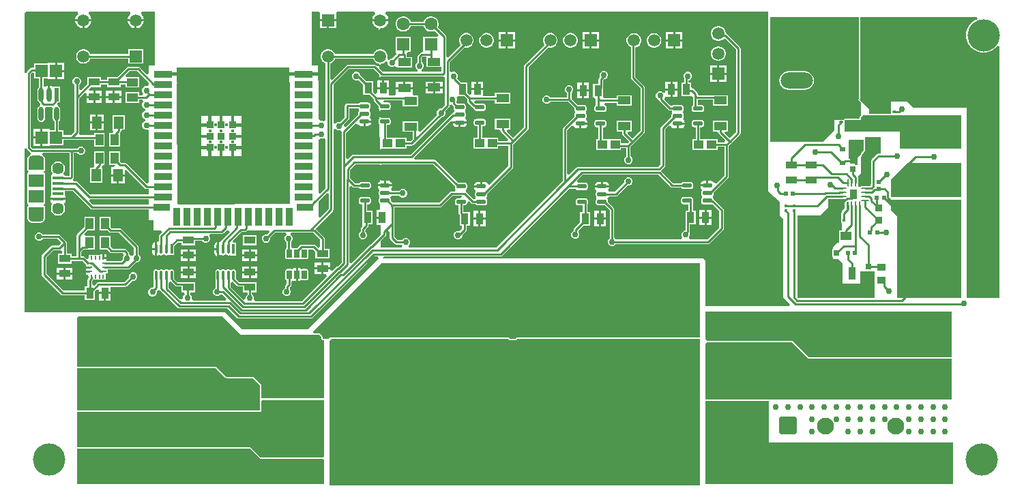
<source format=gtl>
G04*
G04 #@! TF.GenerationSoftware,Altium Limited,Altium Designer,25.8.1 (18)*
G04*
G04 Layer_Physical_Order=1*
G04 Layer_Color=255*
%FSLAX25Y25*%
%MOIN*%
G70*
G04*
G04 #@! TF.SameCoordinates,84D38476-EC8B-4E85-A8E5-E5852804B053*
G04*
G04*
G04 #@! TF.FilePolarity,Positive*
G04*
G01*
G75*
%ADD16C,0.01968*%
%ADD17R,0.03543X0.03543*%
%ADD18R,0.08900X0.03543*%
%ADD19R,0.05512X0.03740*%
%ADD20R,0.03740X0.05512*%
%ADD21R,0.05906X0.06102*%
%ADD22R,0.05315X0.01575*%
%ADD23R,0.01900X0.01000*%
%ADD24R,0.01000X0.01900*%
G04:AMPARAMS|DCode=25|XSize=67.21mil|YSize=24.25mil|CornerRadius=12.12mil|HoleSize=0mil|Usage=FLASHONLY|Rotation=270.000|XOffset=0mil|YOffset=0mil|HoleType=Round|Shape=RoundedRectangle|*
%AMROUNDEDRECTD25*
21,1,0.06721,0.00000,0,0,270.0*
21,1,0.04296,0.02425,0,0,270.0*
1,1,0.02425,0.00000,-0.02148*
1,1,0.02425,0.00000,0.02148*
1,1,0.02425,0.00000,0.02148*
1,1,0.02425,0.00000,-0.02148*
%
%ADD25ROUNDEDRECTD25*%
%ADD26R,0.04724X0.05906*%
G04:AMPARAMS|DCode=27|XSize=49.38mil|YSize=13.22mil|CornerRadius=6.61mil|HoleSize=0mil|Usage=FLASHONLY|Rotation=270.000|XOffset=0mil|YOffset=0mil|HoleType=Round|Shape=RoundedRectangle|*
%AMROUNDEDRECTD27*
21,1,0.04938,0.00000,0,0,270.0*
21,1,0.03615,0.01322,0,0,270.0*
1,1,0.01322,0.00000,-0.01808*
1,1,0.01322,0.00000,0.01808*
1,1,0.01322,0.00000,0.01808*
1,1,0.01322,0.00000,-0.01808*
%
%ADD27ROUNDEDRECTD27*%
G04:AMPARAMS|DCode=28|XSize=88.58mil|YSize=83.86mil|CornerRadius=6.29mil|HoleSize=0mil|Usage=FLASHONLY|Rotation=270.000|XOffset=0mil|YOffset=0mil|HoleType=Round|Shape=RoundedRectangle|*
%AMROUNDEDRECTD28*
21,1,0.08858,0.07128,0,0,270.0*
21,1,0.07600,0.08386,0,0,270.0*
1,1,0.01258,-0.03564,-0.03800*
1,1,0.01258,-0.03564,0.03800*
1,1,0.01258,0.03564,0.03800*
1,1,0.01258,0.03564,-0.03800*
%
%ADD28ROUNDEDRECTD28*%
G04:AMPARAMS|DCode=29|XSize=43.31mil|YSize=23.62mil|CornerRadius=2.01mil|HoleSize=0mil|Usage=FLASHONLY|Rotation=90.000|XOffset=0mil|YOffset=0mil|HoleType=Round|Shape=RoundedRectangle|*
%AMROUNDEDRECTD29*
21,1,0.04331,0.01961,0,0,90.0*
21,1,0.03929,0.02362,0,0,90.0*
1,1,0.00402,0.00980,0.01965*
1,1,0.00402,0.00980,-0.01965*
1,1,0.00402,-0.00980,-0.01965*
1,1,0.00402,-0.00980,0.01965*
%
%ADD29ROUNDEDRECTD29*%
G04:AMPARAMS|DCode=30|XSize=47.64mil|YSize=23.23mil|CornerRadius=5.81mil|HoleSize=0mil|Usage=FLASHONLY|Rotation=180.000|XOffset=0mil|YOffset=0mil|HoleType=Round|Shape=RoundedRectangle|*
%AMROUNDEDRECTD30*
21,1,0.04764,0.01161,0,0,180.0*
21,1,0.03602,0.02323,0,0,180.0*
1,1,0.01161,-0.01801,0.00581*
1,1,0.01161,0.01801,0.00581*
1,1,0.01161,0.01801,-0.00581*
1,1,0.01161,-0.01801,-0.00581*
%
%ADD30ROUNDEDRECTD30*%
%ADD31R,0.06299X0.03937*%
G04:AMPARAMS|DCode=32|XSize=17.72mil|YSize=11.81mil|CornerRadius=1.95mil|HoleSize=0mil|Usage=FLASHONLY|Rotation=180.000|XOffset=0mil|YOffset=0mil|HoleType=Round|Shape=RoundedRectangle|*
%AMROUNDEDRECTD32*
21,1,0.01772,0.00791,0,0,180.0*
21,1,0.01382,0.01181,0,0,180.0*
1,1,0.00390,-0.00691,0.00396*
1,1,0.00390,0.00691,0.00396*
1,1,0.00390,0.00691,-0.00396*
1,1,0.00390,-0.00691,-0.00396*
%
%ADD32ROUNDEDRECTD32*%
%ADD33R,0.02362X0.02126*%
%ADD34R,0.06506X0.11040*%
%ADD35R,0.05138X0.04355*%
%ADD36R,0.02648X0.02631*%
G04:AMPARAMS|DCode=37|XSize=9.42mil|YSize=37.68mil|CornerRadius=4.71mil|HoleSize=0mil|Usage=FLASHONLY|Rotation=90.000|XOffset=0mil|YOffset=0mil|HoleType=Round|Shape=RoundedRectangle|*
%AMROUNDEDRECTD37*
21,1,0.00942,0.02826,0,0,90.0*
21,1,0.00000,0.03768,0,0,90.0*
1,1,0.00942,0.01413,0.00000*
1,1,0.00942,0.01413,0.00000*
1,1,0.00942,-0.01413,0.00000*
1,1,0.00942,-0.01413,0.00000*
%
%ADD37ROUNDEDRECTD37*%
G04:AMPARAMS|DCode=38|XSize=37.68mil|YSize=9.42mil|CornerRadius=4.71mil|HoleSize=0mil|Usage=FLASHONLY|Rotation=90.000|XOffset=0mil|YOffset=0mil|HoleType=Round|Shape=RoundedRectangle|*
%AMROUNDEDRECTD38*
21,1,0.03768,0.00000,0,0,90.0*
21,1,0.02826,0.00942,0,0,90.0*
1,1,0.00942,0.00000,0.01413*
1,1,0.00942,0.00000,-0.01413*
1,1,0.00942,0.00000,-0.01413*
1,1,0.00942,0.00000,0.01413*
%
%ADD38ROUNDEDRECTD38*%
%ADD39R,0.05241X0.03985*%
%ADD40R,0.01496X0.01575*%
%ADD41R,0.03765X0.06127*%
%ADD42R,0.02816X0.02648*%
%ADD43R,0.01575X0.01496*%
%ADD44R,0.01843X0.01860*%
%ADD45C,0.00848*%
%ADD46R,0.02237X0.02254*%
%ADD47R,0.02165X0.02165*%
%ADD48R,0.03661X0.03504*%
%ADD49R,0.03937X0.03543*%
%ADD50R,0.12992X0.04134*%
%ADD51R,0.03150X0.02362*%
%ADD52R,0.02559X0.02559*%
%ADD53R,0.21654X0.05630*%
%ADD54R,0.04748X0.04166*%
%ADD55R,0.03543X0.08900*%
%ADD56R,0.08000X0.03543*%
%ADD57R,0.03963X0.05544*%
%ADD58R,0.05544X0.03963*%
%ADD59R,0.01322X0.04938*%
%ADD60R,0.02425X0.06721*%
%ADD61R,0.07480X0.05906*%
G04:AMPARAMS|DCode=70|XSize=29.53mil|YSize=11.81mil|CornerRadius=1.95mil|HoleSize=0mil|Usage=FLASHONLY|Rotation=180.000|XOffset=0mil|YOffset=0mil|HoleType=Round|Shape=RoundedRectangle|*
%AMROUNDEDRECTD70*
21,1,0.02953,0.00791,0,0,180.0*
21,1,0.02563,0.01181,0,0,180.0*
1,1,0.00390,-0.01282,0.00396*
1,1,0.00390,0.01282,0.00396*
1,1,0.00390,0.01282,-0.00396*
1,1,0.00390,-0.01282,-0.00396*
%
%ADD70ROUNDEDRECTD70*%
%ADD72R,0.03543X0.05118*%
G04:AMPARAMS|DCode=81|XSize=39.37mil|YSize=37.4mil|CornerRadius=2.06mil|HoleSize=0mil|Usage=FLASHONLY|Rotation=0.000|XOffset=0mil|YOffset=0mil|HoleType=Round|Shape=RoundedRectangle|*
%AMROUNDEDRECTD81*
21,1,0.03937,0.03329,0,0,0.0*
21,1,0.03526,0.03740,0,0,0.0*
1,1,0.00411,0.01763,-0.01664*
1,1,0.00411,-0.01763,-0.01664*
1,1,0.00411,-0.01763,0.01664*
1,1,0.00411,0.01763,0.01664*
%
%ADD81ROUNDEDRECTD81*%
%ADD94C,0.09646*%
%ADD95R,0.09646X0.09646*%
%ADD104C,0.01000*%
%ADD105C,0.08268*%
%ADD106R,0.05937X0.05937*%
%ADD107C,0.05898*%
%ADD108R,0.05898X0.05898*%
%ADD109C,0.21323*%
%ADD110R,0.05937X0.05937*%
%ADD111O,0.15748X0.07874*%
%ADD112O,0.07874X0.15748*%
%ADD113R,0.06319X0.06319*%
%ADD114O,0.17717X0.07874*%
%ADD115R,0.19354X0.19354*%
%ADD116C,0.06319*%
%ADD117C,0.05937*%
%ADD118C,0.01575*%
%ADD119C,0.05709*%
%ADD120C,0.03000*%
%ADD121C,0.15748*%
G36*
X64205Y205654D02*
X61255D01*
Y201711D01*
X60331Y201329D01*
X56991Y204669D01*
X56631Y204910D01*
X56205Y204994D01*
X56205Y204994D01*
X51449D01*
X51024Y204910D01*
X50663Y204669D01*
X50663Y204669D01*
X45979Y199985D01*
X40859D01*
Y198636D01*
X38052D01*
Y199985D01*
X31359D01*
Y196636D01*
X28241Y193518D01*
X27317Y193901D01*
Y196080D01*
X27389Y196110D01*
X27977Y196698D01*
X28296Y197467D01*
Y198298D01*
X27977Y199067D01*
X27389Y199655D01*
X26621Y199973D01*
X25789D01*
X25021Y199655D01*
X24433Y199067D01*
X24115Y198298D01*
Y197467D01*
X24433Y196698D01*
X25021Y196110D01*
X25093Y196080D01*
Y189910D01*
X25093Y189910D01*
X25093Y189910D01*
Y173301D01*
X23287Y171494D01*
X19622D01*
Y174024D01*
X17431D01*
Y178356D01*
X17619Y178481D01*
X18018Y179078D01*
X18157Y179781D01*
Y184077D01*
X18018Y184781D01*
X17619Y185377D01*
X17023Y185776D01*
X17009Y185778D01*
X16611Y186758D01*
X17052Y187431D01*
X18122D01*
Y195333D01*
X14516D01*
X14516Y195333D01*
Y195333D01*
X14516Y195333D01*
X13592Y195515D01*
X13442Y195615D01*
X13079Y195687D01*
Y191382D01*
X12079D01*
Y195687D01*
X11716Y195615D01*
X10984Y195125D01*
X10856Y195105D01*
X9951Y195379D01*
Y199241D01*
X12170D01*
Y198831D01*
X15622D01*
Y202882D01*
Y206934D01*
X12170D01*
Y206524D01*
X5492D01*
Y204494D01*
X4205D01*
X4205Y204494D01*
X3780Y204410D01*
X3419Y204169D01*
X1919Y202669D01*
X1678Y202308D01*
X1593Y201882D01*
X1593Y201882D01*
X611Y201925D01*
X588Y231047D01*
X1332Y231792D01*
X26529D01*
X26806Y231251D01*
X26877Y230792D01*
X26250Y230165D01*
X25730Y229265D01*
X25461Y228260D01*
Y228241D01*
X29410D01*
X33359D01*
Y228260D01*
X33090Y229265D01*
X32570Y230165D01*
X31943Y230792D01*
X32014Y231251D01*
X32291Y231792D01*
X52120D01*
X52397Y231251D01*
X52467Y230792D01*
X51841Y230165D01*
X51321Y229265D01*
X51052Y228260D01*
Y228241D01*
X55000D01*
X58949D01*
Y228260D01*
X58680Y229265D01*
X58160Y230165D01*
X57534Y230792D01*
X57604Y231251D01*
X57881Y231792D01*
X64205D01*
Y205654D01*
D02*
G37*
G36*
X364000Y144000D02*
X369638Y139000D01*
Y132362D01*
X371500Y130500D01*
Y92000D01*
X374576Y88924D01*
X374193Y88000D01*
X333500D01*
Y110000D01*
X332229Y111270D01*
X175712D01*
X175642Y111439D01*
X176197Y112270D01*
X233205D01*
X233205Y112270D01*
X233631Y112355D01*
X233991Y112596D01*
X266725Y145329D01*
X270059D01*
X270268Y145016D01*
X270656Y144757D01*
X271113Y144667D01*
X274715D01*
X275172Y144757D01*
X275559Y145016D01*
X275818Y145404D01*
X275909Y145861D01*
Y147022D01*
X275818Y147479D01*
X275559Y147867D01*
X275172Y148126D01*
X274715Y148216D01*
X271113D01*
X271004Y148195D01*
X270512Y149116D01*
X273494Y152099D01*
X310416D01*
X316360Y146155D01*
X316360Y146155D01*
X316721Y145914D01*
X317146Y145829D01*
X321559D01*
X321768Y145516D01*
X322156Y145257D01*
X322613Y145167D01*
X326215D01*
X326672Y145257D01*
X327059Y145516D01*
X327318Y145904D01*
X327409Y146361D01*
Y147522D01*
X327318Y147979D01*
X327059Y148367D01*
X326672Y148626D01*
X326215Y148716D01*
X322613D01*
X322156Y148626D01*
X321768Y148367D01*
X321559Y148053D01*
X317607D01*
X311663Y153997D01*
X311639Y154244D01*
X313312Y155917D01*
X313312Y155917D01*
X313553Y156278D01*
X313638Y156703D01*
X313638Y156703D01*
Y174404D01*
X315409Y176175D01*
X316416Y175957D01*
X316522Y175873D01*
X316823Y175422D01*
X317346Y175073D01*
X317963Y174950D01*
X319264D01*
Y177142D01*
X319764D01*
Y177642D01*
X323177D01*
Y177723D01*
X323054Y178340D01*
X322895Y178579D01*
X322410Y179457D01*
X322669Y179845D01*
X322760Y180302D01*
Y181463D01*
X322669Y181920D01*
X322548Y182101D01*
X322410Y182321D01*
Y183184D01*
X322548Y183404D01*
X322669Y183585D01*
X322760Y184042D01*
Y185203D01*
X322669Y185660D01*
X322410Y186048D01*
X322022Y186307D01*
X321565Y186398D01*
X317963D01*
X317506Y186307D01*
X317119Y186048D01*
X316050Y186150D01*
X313369Y188830D01*
X313597Y190017D01*
X313835Y190127D01*
X314155Y190127D01*
X316205D01*
Y193382D01*
X313835D01*
Y192516D01*
X313508Y192344D01*
X312835Y192209D01*
X312389Y192655D01*
X311621Y192973D01*
X310789D01*
X310021Y192655D01*
X309433Y192067D01*
X309115Y191298D01*
Y190466D01*
X309433Y189698D01*
X310021Y189110D01*
X310501Y188911D01*
X310560Y188614D01*
X310802Y188253D01*
X315218Y183836D01*
X315579Y183595D01*
X316004Y183511D01*
X316909D01*
X316981Y183404D01*
X317119Y183184D01*
Y182321D01*
X316981Y182101D01*
X316860Y181920D01*
X316769Y181463D01*
Y180680D01*
X311739Y175651D01*
X311498Y175290D01*
X311414Y174864D01*
X311414Y174864D01*
Y157164D01*
X310244Y155994D01*
X271086D01*
X270660Y155910D01*
X270300Y155669D01*
X270300Y155669D01*
X266741Y152110D01*
X265817Y152492D01*
Y174083D01*
X267909Y176175D01*
X268916Y175957D01*
X269022Y175873D01*
X269323Y175422D01*
X269846Y175073D01*
X270463Y174950D01*
X271764D01*
Y177142D01*
X272264D01*
Y177642D01*
X275677D01*
Y177723D01*
X275554Y178340D01*
X275395Y178579D01*
X274910Y179457D01*
X275169Y179845D01*
X275260Y180302D01*
Y181463D01*
X275169Y181920D01*
X275048Y182101D01*
X274910Y182321D01*
Y183184D01*
X275048Y183404D01*
X275169Y183585D01*
X275260Y184042D01*
Y185203D01*
X275169Y185660D01*
X274910Y186048D01*
X274522Y186307D01*
X274065Y186398D01*
X270841D01*
X267896Y189343D01*
Y192117D01*
X268477Y192698D01*
X268796Y193466D01*
Y194298D01*
X268477Y195067D01*
X267889Y195655D01*
X267121Y195973D01*
X266289D01*
X265521Y195655D01*
X264933Y195067D01*
X264615Y194298D01*
Y193466D01*
X264933Y192698D01*
X265521Y192110D01*
X265672Y192048D01*
Y189994D01*
X257507D01*
X257477Y190067D01*
X256889Y190655D01*
X256121Y190973D01*
X255289D01*
X254521Y190655D01*
X253933Y190067D01*
X253615Y189298D01*
Y188467D01*
X253933Y187698D01*
X254521Y187110D01*
X255289Y186792D01*
X256121D01*
X256889Y187110D01*
X257477Y187698D01*
X257507Y187770D01*
X266323D01*
X269269Y184825D01*
Y184042D01*
X269360Y183585D01*
X269481Y183404D01*
X269619Y183184D01*
Y182321D01*
X269481Y182101D01*
X269360Y181920D01*
X269269Y181463D01*
Y180680D01*
X263919Y175330D01*
X263678Y174969D01*
X263593Y174544D01*
X263593Y174544D01*
Y148962D01*
X231125Y116494D01*
X188580D01*
X188394Y116860D01*
X188274Y117494D01*
X188727Y117948D01*
X189046Y118717D01*
Y119548D01*
X188727Y120317D01*
X188139Y120905D01*
X187371Y121223D01*
X186539D01*
X185771Y120905D01*
X185183Y120317D01*
X185153Y120244D01*
X182916D01*
X181317Y121843D01*
Y128382D01*
X181317Y128382D01*
X181317Y128382D01*
Y136204D01*
X203638D01*
X203638Y136204D01*
X204064Y136288D01*
X204424Y136529D01*
X209666Y141771D01*
X214211D01*
X214234Y141736D01*
X213699Y140736D01*
X212113D01*
X211656Y140645D01*
X211268Y140386D01*
X211009Y139999D01*
X210918Y139542D01*
Y138380D01*
X211009Y137923D01*
X211268Y137536D01*
X211656Y137277D01*
X212113Y137186D01*
X212802D01*
Y133386D01*
X212802Y133386D01*
X212887Y132961D01*
X213127Y132600D01*
X213252Y132475D01*
Y127355D01*
X214503D01*
Y125843D01*
X213233Y124573D01*
X212871Y124723D01*
X212039D01*
X211271Y124405D01*
X210683Y123817D01*
X210365Y123048D01*
Y122216D01*
X210683Y121448D01*
X211271Y120860D01*
X212039Y120542D01*
X212871D01*
X213639Y120860D01*
X214227Y121448D01*
X214546Y122216D01*
Y122741D01*
X216401Y124596D01*
X216401Y124596D01*
X216642Y124957D01*
X216726Y125382D01*
X216726Y125382D01*
Y127355D01*
X218174D01*
Y134048D01*
X215026D01*
Y137186D01*
X215715D01*
X216172Y137277D01*
X216559Y137536D01*
X216818Y137923D01*
X216909Y138380D01*
Y138700D01*
X217909Y139114D01*
X218848Y138175D01*
X218848Y138175D01*
X219209Y137934D01*
X219635Y137849D01*
X219635Y137849D01*
X220941D01*
X221150Y137536D01*
X221537Y137277D01*
X221994Y137186D01*
X225597D01*
X226054Y137277D01*
X226441Y137536D01*
X226700Y137923D01*
X226791Y138380D01*
Y139542D01*
X226700Y139999D01*
X226579Y140180D01*
X226441Y140400D01*
Y141263D01*
X226579Y141483D01*
X226700Y141664D01*
X226791Y142121D01*
Y142904D01*
X239066Y155179D01*
X239066Y155179D01*
X239307Y155540D01*
X239392Y155965D01*
X239392Y155965D01*
Y166997D01*
X240241Y167846D01*
X240241Y167846D01*
X246616Y174221D01*
X246857Y174582D01*
X246942Y175007D01*
Y204732D01*
X256643Y214433D01*
X257051Y214323D01*
X257989D01*
X258894Y214566D01*
X259705Y215034D01*
X260368Y215697D01*
X260837Y216509D01*
X261079Y217414D01*
Y218351D01*
X260837Y219256D01*
X260368Y220068D01*
X259705Y220730D01*
X258894Y221199D01*
X257989Y221441D01*
X257051D01*
X256146Y221199D01*
X255335Y220730D01*
X254672Y220068D01*
X254204Y219256D01*
X253961Y218351D01*
Y217414D01*
X254204Y216509D01*
X254672Y215697D01*
X254717Y215652D01*
X245044Y205979D01*
X244803Y205618D01*
X244718Y205192D01*
X244718Y205192D01*
Y175468D01*
X239455Y170205D01*
X236262Y173398D01*
X236676Y174398D01*
X237945D01*
Y179516D01*
X230465D01*
Y174398D01*
X232327D01*
X233093Y173882D01*
X233178Y173457D01*
X233419Y173096D01*
X236946Y169569D01*
X236532Y168569D01*
X232170D01*
Y170131D01*
X226862D01*
X226240Y170131D01*
X225258Y170131D01*
X224258Y170173D01*
Y175942D01*
X224947D01*
X225404Y176033D01*
X225792Y176292D01*
X226050Y176679D01*
X226141Y177136D01*
Y178298D01*
X226050Y178755D01*
X225792Y179142D01*
X225404Y179401D01*
X224947Y179492D01*
X221345D01*
X220888Y179401D01*
X220500Y179142D01*
X220242Y178755D01*
X220151Y178298D01*
Y177136D01*
X220242Y176679D01*
X220500Y176292D01*
X220888Y176033D01*
X221345Y175942D01*
X222034D01*
Y170131D01*
X219933D01*
Y164784D01*
X225240D01*
X225862Y164784D01*
X226862Y164784D01*
X232170D01*
Y166345D01*
X237168D01*
Y156426D01*
X228151Y147409D01*
X227143Y147626D01*
X227038Y147710D01*
X226736Y148162D01*
X226214Y148511D01*
X225597Y148634D01*
X224296D01*
Y146441D01*
X223796D01*
Y145941D01*
X220383D01*
Y145861D01*
X220505Y145244D01*
X220665Y145005D01*
X221150Y144126D01*
X220891Y143739D01*
X220800Y143282D01*
Y142121D01*
X220891Y141664D01*
X221012Y141483D01*
X221150Y141263D01*
Y140400D01*
X221035Y140216D01*
X220015Y140153D01*
X219000Y141169D01*
X218975Y141185D01*
X216491Y143669D01*
X216338Y143771D01*
X216258Y144246D01*
X216264Y144500D01*
X216348Y144875D01*
X216559Y145016D01*
X216818Y145404D01*
X216909Y145861D01*
Y147022D01*
X216818Y147479D01*
X216559Y147867D01*
X216172Y148126D01*
X215715Y148216D01*
X212491D01*
X201539Y159169D01*
X201178Y159410D01*
X200752Y159494D01*
X200752Y159494D01*
X191304D01*
X190890Y160494D01*
X208873Y178478D01*
X209224Y178413D01*
X209556Y178217D01*
X216677D01*
Y178298D01*
X216554Y178914D01*
X216395Y179153D01*
X215910Y180032D01*
X216169Y180420D01*
X216260Y180877D01*
Y182038D01*
X216169Y182495D01*
X216012Y182729D01*
X215910Y182893D01*
Y183762D01*
X216012Y183925D01*
X216169Y184160D01*
X216260Y184617D01*
Y185778D01*
X216169Y186235D01*
X215910Y186623D01*
X215522Y186881D01*
X215065Y186972D01*
X212121D01*
X211607Y187774D01*
X211572Y187843D01*
X211886Y188602D01*
Y189434D01*
X211753Y189756D01*
X212466Y190611D01*
X215452D01*
X216967Y189095D01*
Y188150D01*
X216967Y188150D01*
X217052Y187725D01*
X217293Y187364D01*
X219640Y185016D01*
X219640Y185016D01*
X220001Y184775D01*
X220151Y184746D01*
Y184617D01*
X220242Y184160D01*
X220500Y183772D01*
X220888Y183513D01*
X221345Y183422D01*
X224947D01*
X225404Y183513D01*
X225792Y183772D01*
X226050Y184160D01*
X226141Y184617D01*
Y185778D01*
X226050Y186235D01*
X225792Y186623D01*
X225404Y186881D01*
X224947Y186972D01*
X221345D01*
X221054Y186914D01*
X220983D01*
X220501Y187512D01*
X220908Y188444D01*
X230465D01*
Y186997D01*
X237945D01*
Y192115D01*
X230465D01*
Y190667D01*
X224717D01*
Y193457D01*
X218977D01*
Y191645D01*
X217977Y191230D01*
X217024Y192183D01*
Y197304D01*
X213675D01*
X211879Y199100D01*
X211977Y199198D01*
X212296Y199967D01*
Y200798D01*
X211977Y201567D01*
X211389Y202155D01*
X210621Y202473D01*
X209789D01*
X209317Y202277D01*
X208518Y202661D01*
X208317Y202863D01*
Y207107D01*
X215643Y214433D01*
X216052Y214323D01*
X216989D01*
X217894Y214566D01*
X218705Y215034D01*
X219368Y215697D01*
X219837Y216509D01*
X220079Y217414D01*
Y218351D01*
X219837Y219256D01*
X219368Y220068D01*
X218705Y220730D01*
X217894Y221199D01*
X216989Y221441D01*
X216052D01*
X215146Y221199D01*
X214335Y220730D01*
X213672Y220068D01*
X213204Y219256D01*
X212961Y218351D01*
Y217414D01*
X213204Y216509D01*
X213672Y215697D01*
X213717Y215652D01*
X207650Y209585D01*
X206727Y209968D01*
Y219473D01*
X206642Y219899D01*
X206401Y220259D01*
X202526Y224134D01*
X202699Y224435D01*
X202955Y225389D01*
Y226376D01*
X202699Y227330D01*
X202206Y228185D01*
X201508Y228883D01*
X200653Y229377D01*
X199699Y229632D01*
X198711D01*
X197758Y229377D01*
X196903Y228883D01*
X196204Y228185D01*
X195711Y227330D01*
X195621Y226994D01*
X189289D01*
X189199Y227330D01*
X188706Y228185D01*
X188008Y228883D01*
X187153Y229377D01*
X186199Y229632D01*
X185211D01*
X184258Y229377D01*
X183403Y228883D01*
X182704Y228185D01*
X182211Y227330D01*
X181955Y226376D01*
Y225389D01*
X182211Y224435D01*
X182704Y223580D01*
X183403Y222882D01*
X184258Y222388D01*
X185211Y222132D01*
X186199D01*
X187153Y222388D01*
X188008Y222882D01*
X188706Y223580D01*
X189199Y224435D01*
X189289Y224770D01*
X195621D01*
X195711Y224435D01*
X196204Y223580D01*
X196903Y222882D01*
X197758Y222388D01*
X198711Y222132D01*
X199699D01*
X200653Y222388D01*
X200953Y222562D01*
X202883Y220632D01*
X202468Y219632D01*
X195455D01*
Y212583D01*
X194674Y211994D01*
X194248Y211910D01*
X193887Y211669D01*
X193887Y211669D01*
X192919Y210700D01*
X192678Y210339D01*
X192593Y209914D01*
X192593Y209914D01*
Y207185D01*
X192521Y207155D01*
X191933Y206567D01*
X191615Y205798D01*
Y204966D01*
X191933Y204198D01*
X192521Y203610D01*
X192800Y203494D01*
X192602Y202494D01*
X175666D01*
X173909Y204251D01*
X173899Y205535D01*
X173001Y205159D01*
X172491Y205669D01*
X172131Y205910D01*
X171705Y205994D01*
X171705Y205994D01*
X158705D01*
X158280Y205910D01*
X157919Y205669D01*
X150886Y198636D01*
X149963Y199019D01*
Y206642D01*
X150276Y206726D01*
X151083Y207192D01*
X151742Y207851D01*
X152208Y208658D01*
X152276Y208912D01*
X171134D01*
X171202Y208658D01*
X171668Y207851D01*
X172327Y207192D01*
X173134Y206726D01*
X173916Y206517D01*
X173924Y205564D01*
X174892Y206485D01*
X174966D01*
X175866Y206726D01*
X176674Y207192D01*
X177333Y207851D01*
X178032Y207357D01*
X178115Y207286D01*
Y206467D01*
X178433Y205698D01*
X179021Y205110D01*
X179789Y204792D01*
X180621D01*
X181389Y205110D01*
X181465Y205186D01*
X182465Y204771D01*
Y204623D01*
X189945D01*
Y209741D01*
X187317D01*
Y210882D01*
X187267Y211132D01*
X187611Y211787D01*
X187884Y212132D01*
X189455D01*
Y219632D01*
X181955D01*
Y212132D01*
X181968D01*
X182383Y211132D01*
X180223Y208973D01*
X179789D01*
X179021Y208655D01*
X178761Y208395D01*
X177868Y208916D01*
X178040Y209558D01*
Y210490D01*
X177799Y211390D01*
X177333Y212197D01*
X176674Y212856D01*
X175866Y213322D01*
X174966Y213563D01*
X174034D01*
X173856Y213699D01*
X173857Y213516D01*
X173134Y213322D01*
X172327Y212856D01*
X171668Y212197D01*
X171202Y211390D01*
X171134Y211136D01*
X152276D01*
X152208Y211390D01*
X151742Y212197D01*
X151083Y212856D01*
X150276Y213322D01*
X149376Y213563D01*
X148444D01*
X147544Y213322D01*
X146737Y212856D01*
X146078Y212197D01*
X145612Y211390D01*
X145370Y210490D01*
Y209558D01*
X145612Y208658D01*
X146078Y207851D01*
X146737Y207192D01*
X147544Y206726D01*
X147739Y206674D01*
Y178719D01*
X147340Y178454D01*
X146739Y178217D01*
X146121Y178473D01*
X145289D01*
X145205Y178438D01*
X144205Y179106D01*
Y198382D01*
X144053D01*
Y200632D01*
X130153D01*
Y197111D01*
X130205D01*
Y137907D01*
X75908Y137683D01*
X75199Y138389D01*
X75156Y196111D01*
X75155Y197026D01*
X75205Y197061D01*
X75155Y197995D01*
Y198004D01*
X75155Y198004D01*
Y200632D01*
X68205D01*
Y202132D01*
X75155D01*
Y204714D01*
X130153D01*
Y202132D01*
X144053D01*
Y205654D01*
X141035D01*
Y231850D01*
X141067Y231882D01*
X144041D01*
X144961Y231690D01*
X144961Y230882D01*
Y228241D01*
X152859D01*
Y230882D01*
X152859Y231690D01*
X153779Y231882D01*
X171776D01*
X172055Y230967D01*
X172058Y230882D01*
X171341Y230165D01*
X170821Y229265D01*
X170552Y228260D01*
Y228241D01*
X178449D01*
Y228260D01*
X178180Y229265D01*
X177660Y230165D01*
X176943Y230882D01*
X176945Y230967D01*
X177224Y231882D01*
X364000D01*
Y144000D01*
D02*
G37*
G36*
X196965Y204823D02*
X203503D01*
X204445Y204823D01*
X204503Y203847D01*
Y202494D01*
X194809D01*
X194610Y203494D01*
X194889Y203610D01*
X195477Y204198D01*
X195796Y204966D01*
Y205798D01*
X195477Y206567D01*
X194889Y207155D01*
X194817Y207185D01*
Y209453D01*
X195134Y209770D01*
X196965D01*
Y204823D01*
D02*
G37*
G36*
X61255Y197260D02*
Y195897D01*
X60621Y195473D01*
X59789D01*
X59021Y195155D01*
X58433Y194567D01*
X58115Y193798D01*
Y192966D01*
X58433Y192198D01*
X58637Y191994D01*
X58223Y190994D01*
X56568D01*
Y192454D01*
X49843D01*
Y187311D01*
X56568D01*
Y188770D01*
X58223D01*
X58637Y187770D01*
X58433Y187567D01*
X58115Y186798D01*
Y185967D01*
X58433Y185198D01*
X59021Y184610D01*
X59536Y184397D01*
Y183368D01*
X59021Y183155D01*
X58433Y182567D01*
X58115Y181798D01*
Y180966D01*
X58433Y180198D01*
X59021Y179610D01*
X59536Y179397D01*
Y178368D01*
X59021Y178155D01*
X58433Y177567D01*
X58115Y176798D01*
Y175967D01*
X58433Y175198D01*
X59021Y174610D01*
X59789Y174292D01*
X60621D01*
X61255Y173868D01*
Y148319D01*
X60255Y147905D01*
X50491Y157669D01*
X50131Y157910D01*
X49705Y157994D01*
X49705Y157994D01*
X47875D01*
X47277Y158592D01*
Y163745D01*
X42133D01*
Y157020D01*
X44883D01*
X45006Y156835D01*
X44472Y155835D01*
X42843D01*
Y152382D01*
X49567D01*
Y154141D01*
X50491Y154524D01*
X59419Y145596D01*
X59419Y145596D01*
X59780Y145355D01*
X60205Y145271D01*
X61255D01*
Y142494D01*
X32785D01*
X26551Y148728D01*
X26191Y148969D01*
X25765Y149053D01*
X25765Y149053D01*
X24659D01*
X24245Y150053D01*
X24491Y150300D01*
X24491Y150300D01*
X24732Y150661D01*
X24817Y151086D01*
Y162770D01*
X26403D01*
X26433Y162698D01*
X27021Y162110D01*
X27789Y161792D01*
X28621D01*
X29389Y162110D01*
X29977Y162698D01*
X30296Y163467D01*
Y164298D01*
X29977Y165067D01*
X29389Y165655D01*
X28621Y165973D01*
X27789D01*
X27021Y165655D01*
X26433Y165067D01*
X26403Y164994D01*
X24291D01*
X23865Y164910D01*
X23705Y164803D01*
X23545Y164910D01*
X23119Y164994D01*
X23119Y164994D01*
X4666D01*
X3817Y165843D01*
Y201422D01*
X4493Y202097D01*
X5492Y201852D01*
Y199241D01*
X7727D01*
Y194956D01*
X7539Y194830D01*
X7141Y194234D01*
X7001Y193531D01*
Y189234D01*
X7141Y188531D01*
X7539Y187934D01*
X7967Y187648D01*
Y187468D01*
X7967Y187468D01*
X8052Y187043D01*
X8208Y186810D01*
X8175Y186347D01*
X7925Y185635D01*
X7539Y185377D01*
X7141Y184781D01*
X7001Y184077D01*
Y179781D01*
X7141Y179078D01*
X7539Y178481D01*
X8135Y178083D01*
X8839Y177943D01*
X9542Y178083D01*
X10139Y178481D01*
X10537Y179078D01*
X10677Y179781D01*
Y184077D01*
X10611Y184410D01*
X11138Y185264D01*
X11320Y185410D01*
X13839D01*
X14037Y185250D01*
X14546Y184490D01*
X14553Y184440D01*
X14481Y184077D01*
Y179781D01*
X14621Y179078D01*
X15020Y178481D01*
X15207Y178356D01*
Y174024D01*
X12945D01*
Y174434D01*
X9493D01*
Y170382D01*
Y166331D01*
X12945D01*
Y166741D01*
X19622D01*
Y169271D01*
X23747D01*
X23747Y169271D01*
X23747Y169271D01*
X34646D01*
Y166020D01*
X39790D01*
Y172745D01*
X34646D01*
Y171494D01*
X27817D01*
X27260Y172372D01*
X27248Y172494D01*
X27317Y172840D01*
X27317Y172840D01*
Y189449D01*
X30025Y192158D01*
X30949Y191775D01*
Y190741D01*
X34205D01*
Y193111D01*
X32285D01*
X31902Y194035D01*
X32931Y195063D01*
X38052D01*
Y196412D01*
X40859D01*
Y195063D01*
X47552D01*
Y196412D01*
X49843D01*
Y194798D01*
X56568D01*
Y199941D01*
X50495D01*
X50081Y200941D01*
X51910Y202770D01*
X55744D01*
X61255Y197260D01*
D02*
G37*
G36*
X408282Y189316D02*
X408253Y189287D01*
X408066Y188835D01*
X408253Y188383D01*
X409197Y187438D01*
X409334Y181171D01*
X408931Y180768D01*
X408743Y180316D01*
Y179582D01*
X401510D01*
X401058Y179395D01*
X400970Y179307D01*
X400581Y178931D01*
X400274Y178992D01*
X398892D01*
X398586Y178931D01*
X398471Y178855D01*
X396422D01*
Y173855D01*
X390922Y168355D01*
X364922D01*
Y229355D01*
X408282D01*
Y189316D01*
D02*
G37*
G36*
X173961Y201054D02*
X173972Y199735D01*
X174387Y200054D01*
X174937Y200324D01*
X175205Y200271D01*
X175205Y200271D01*
X205029D01*
X205029Y200271D01*
X205093Y200283D01*
X205941Y199764D01*
X206093Y199579D01*
Y186384D01*
X204182Y184473D01*
X203789D01*
X203021Y184155D01*
X202433Y183567D01*
X202115Y182798D01*
Y181966D01*
X202291Y181541D01*
X193945Y173195D01*
X192945Y173609D01*
Y178217D01*
X185465D01*
Y173099D01*
X190343D01*
Y169593D01*
X189319Y168569D01*
X187324D01*
Y170131D01*
X181394D01*
Y170131D01*
X181016D01*
Y170131D01*
X177699D01*
Y176442D01*
X178388D01*
X178845Y176533D01*
X179233Y176792D01*
X179491Y177179D01*
X179582Y177636D01*
Y178798D01*
X179491Y179255D01*
X179233Y179642D01*
X178845Y179901D01*
X178388Y179992D01*
X174786D01*
X174129Y180788D01*
X174137Y179773D01*
X173941Y179642D01*
X173682Y179255D01*
X173592Y178798D01*
Y177636D01*
X173682Y177179D01*
X173941Y176792D01*
X174163Y176644D01*
X174264Y164524D01*
X175199Y164784D01*
X181016D01*
Y164784D01*
X181394D01*
Y164784D01*
X187324D01*
Y166345D01*
X189780D01*
X189780Y166345D01*
X190205Y166430D01*
X190566Y166671D01*
X192241Y168346D01*
X204187Y180292D01*
X204621D01*
X205389Y180610D01*
X205977Y181198D01*
X206296Y181966D01*
Y182798D01*
X206107Y183253D01*
X207991Y185137D01*
X208232Y185498D01*
X208317Y185924D01*
Y186138D01*
X209317Y186433D01*
X209392Y186320D01*
X210269Y185443D01*
Y184617D01*
X210360Y184160D01*
X210516Y183925D01*
X210619Y183762D01*
Y183284D01*
X210110Y182399D01*
X209684Y182314D01*
X209324Y182073D01*
X209324Y182073D01*
X189244Y161994D01*
X174220D01*
X174215Y162640D01*
X173575Y161994D01*
X161205D01*
X160780Y161910D01*
X160419Y161669D01*
X158741Y159991D01*
X157817Y160373D01*
Y172717D01*
X162350Y177250D01*
X163357Y177032D01*
X163462Y176948D01*
X163764Y176497D01*
X164287Y176147D01*
X164904Y176025D01*
X166205D01*
Y178217D01*
X166705D01*
Y178717D01*
X170118D01*
Y178798D01*
X169995Y179414D01*
X169836Y179653D01*
X169351Y180532D01*
X169610Y180920D01*
X169701Y181377D01*
Y182538D01*
X169610Y182995D01*
X169489Y183176D01*
X169351Y183396D01*
Y184259D01*
X169489Y184479D01*
X169610Y184660D01*
X169701Y185117D01*
Y186278D01*
X169610Y186735D01*
X169351Y187122D01*
X168963Y187381D01*
X168506Y187472D01*
X164904D01*
X164447Y187381D01*
X164059Y187122D01*
X163912Y186902D01*
X158205D01*
X157780Y186817D01*
X157419Y186576D01*
X157178Y186215D01*
X157093Y185790D01*
Y180343D01*
X154693Y177943D01*
X154621Y177973D01*
X153789D01*
X153021Y177655D01*
X152553Y177187D01*
X151986Y177283D01*
X151553Y177494D01*
Y196158D01*
X159166Y203770D01*
X171245D01*
X173961Y201054D01*
D02*
G37*
G36*
X163801Y184660D02*
X163921Y184479D01*
X164059Y184259D01*
Y183396D01*
X163921Y183176D01*
X163801Y182995D01*
X163710Y182538D01*
Y181755D01*
X157668Y175713D01*
X156618Y176078D01*
X156551Y176656D01*
X158991Y179096D01*
X158991Y179096D01*
X159232Y179457D01*
X159317Y179882D01*
Y184678D01*
X163797D01*
X163801Y184660D01*
D02*
G37*
G36*
X147340Y169810D02*
X147739Y169545D01*
Y145694D01*
X145129Y143084D01*
X144205Y143467D01*
Y169158D01*
X145205Y169827D01*
X145289Y169792D01*
X146121D01*
X146739Y170048D01*
X147340Y169810D01*
D02*
G37*
G36*
X458422Y164855D02*
X428422D01*
Y173355D01*
X401422D01*
Y178855D01*
X401510Y178943D01*
X409383D01*
Y180316D01*
X410422Y181355D01*
X458422D01*
Y164855D01*
D02*
G37*
G36*
X418959Y162467D02*
X417922D01*
X417922Y162467D01*
X417496Y162382D01*
X417135Y162141D01*
X414635Y159641D01*
X414394Y159280D01*
X414310Y158855D01*
X414310Y158855D01*
Y148295D01*
X413997Y146733D01*
X411320D01*
X411172Y146704D01*
X409907D01*
X409493Y146622D01*
X409142Y146387D01*
X409120Y146355D01*
X407922D01*
Y151355D01*
X409422Y152855D01*
Y160570D01*
X410883Y163587D01*
X411277D01*
Y169123D01*
X411270D01*
Y170501D01*
X418959D01*
Y162467D01*
D02*
G37*
G36*
X8162Y159556D02*
X4618D01*
Y161524D01*
X8162Y161524D01*
Y159556D01*
D02*
G37*
G36*
X410638Y169104D02*
Y164160D01*
X410565Y164094D01*
X410431Y164039D01*
X410389Y163938D01*
X410307Y163865D01*
X409506Y162210D01*
X407587Y160291D01*
Y156855D01*
X406585D01*
X406469Y157019D01*
X406208Y158037D01*
X406449Y158398D01*
X406534Y158823D01*
X406449Y159249D01*
X406208Y159610D01*
X405847Y159851D01*
X405422Y159935D01*
X403256D01*
Y168690D01*
X403690Y169123D01*
X410631D01*
X410638Y169104D01*
D02*
G37*
G36*
X210918Y146644D02*
Y145861D01*
X211009Y145404D01*
X211268Y145016D01*
X211301Y144994D01*
X210998Y143994D01*
X209205D01*
X208780Y143910D01*
X208419Y143669D01*
X208419Y143669D01*
X203178Y138427D01*
X180622D01*
X179791Y139259D01*
Y140042D01*
X179700Y140499D01*
X179543Y140733D01*
X179441Y140897D01*
Y141132D01*
X180321Y142055D01*
X183639D01*
X183683Y141948D01*
X184271Y141360D01*
X185039Y141042D01*
X185871D01*
X186639Y141360D01*
X187227Y141948D01*
X187546Y142717D01*
Y143548D01*
X187227Y144317D01*
X186639Y144905D01*
X185871Y145223D01*
X185039D01*
X184271Y144905D01*
X183683Y144317D01*
X183667Y144279D01*
X180126D01*
X179842Y144966D01*
X179782Y145244D01*
X179926Y145505D01*
X180086Y145744D01*
X180209Y146361D01*
Y146441D01*
X176796D01*
X173383D01*
Y146361D01*
X173505Y145744D01*
X173665Y145505D01*
X174150Y144626D01*
X173891Y144239D01*
X173800Y143782D01*
Y142621D01*
X173891Y142164D01*
X174034Y141950D01*
X174102Y141329D01*
X174035Y140714D01*
X173891Y140499D01*
X173800Y140042D01*
Y138880D01*
X173891Y138423D01*
X174150Y138036D01*
X174486Y137812D01*
X174504Y135667D01*
X173799Y134957D01*
X172626D01*
Y131701D01*
X175496D01*
Y130701D01*
X172626D01*
Y127445D01*
X174572D01*
X174609Y122926D01*
X169699Y118016D01*
X169621Y118000D01*
X169260Y117759D01*
X160408Y108907D01*
X159408Y109321D01*
Y146301D01*
X160331Y146684D01*
X160860Y146155D01*
X160860Y146155D01*
X161221Y145914D01*
X161646Y145829D01*
X161646Y145829D01*
X164059D01*
X164268Y145516D01*
X164656Y145257D01*
X165113Y145167D01*
X168715D01*
X169172Y145257D01*
X169559Y145516D01*
X169818Y145904D01*
X169909Y146361D01*
Y147522D01*
X169818Y147979D01*
X169559Y148367D01*
X169172Y148626D01*
X168715Y148716D01*
X165113D01*
X164656Y148626D01*
X164268Y148367D01*
X164059Y148053D01*
X162107D01*
X159627Y150533D01*
Y154612D01*
X162285Y157271D01*
X174324D01*
X174330Y156631D01*
X174964Y157271D01*
X200292D01*
X210918Y146644D01*
D02*
G37*
G36*
X10130Y154437D02*
X2650D01*
Y159556D01*
X10130D01*
Y154437D01*
D02*
G37*
G36*
X153021Y174110D02*
X153789Y173792D01*
X154621D01*
X154720Y173833D01*
X155593Y173178D01*
X155593Y173178D01*
Y156382D01*
X155593Y156382D01*
X155593Y156382D01*
Y109301D01*
X153696Y107404D01*
X153616D01*
X153190Y107319D01*
X152830Y107078D01*
X152830Y107078D01*
X150853Y105102D01*
X149929Y105485D01*
Y105822D01*
X146674D01*
Y103452D01*
X147897D01*
X148280Y102528D01*
X136108Y90356D01*
X113418D01*
X112750Y91356D01*
X112796Y91466D01*
Y92298D01*
X112477Y93067D01*
X111889Y93655D01*
X111817Y93685D01*
Y94720D01*
X114052D01*
Y99641D01*
X109442D01*
X109335Y99662D01*
X109335Y99662D01*
X105748D01*
X104099Y101311D01*
Y104630D01*
X104002Y105118D01*
X103726Y105532D01*
X103312Y105809D01*
X102823Y105906D01*
X102335Y105809D01*
X101921Y105532D01*
X101166D01*
X100752Y105809D01*
X100264Y105906D01*
X99776Y105809D01*
X99362Y105532D01*
X98607D01*
X98194Y105809D01*
X97705Y105906D01*
X97217Y105809D01*
X96803Y105532D01*
X96048D01*
X95634Y105809D01*
X95146Y105906D01*
X94658Y105809D01*
X94244Y105532D01*
X93967Y105118D01*
X93870Y104630D01*
Y101014D01*
X93967Y100526D01*
X93972Y100518D01*
Y96842D01*
X93521Y96655D01*
X92933Y96067D01*
X92615Y95298D01*
Y94467D01*
X92933Y93698D01*
X93521Y93110D01*
X94289Y92792D01*
X95121D01*
X95889Y93110D01*
X96477Y93698D01*
X97431Y93584D01*
X99506Y91509D01*
X99124Y90585D01*
X82938D01*
X82270Y91585D01*
X82296Y91648D01*
Y92479D01*
X81977Y93248D01*
X81506Y93720D01*
X81595Y94266D01*
X81812Y94720D01*
X84052D01*
Y99641D01*
X79443D01*
X79335Y99662D01*
X79335Y99662D01*
X75471D01*
X73820Y101313D01*
Y104632D01*
X73723Y105120D01*
X73446Y105534D01*
X73032Y105811D01*
X72544Y105908D01*
X72055Y105811D01*
X71641Y105534D01*
X70887D01*
X70473Y105811D01*
X69985Y105908D01*
X69496Y105811D01*
X69082Y105534D01*
X68328D01*
X67914Y105811D01*
X67426Y105908D01*
X66937Y105811D01*
X66523Y105534D01*
X65769D01*
X65355Y105811D01*
X64867Y105908D01*
X64378Y105811D01*
X63964Y105534D01*
X63687Y105120D01*
X63590Y104632D01*
Y101016D01*
X63687Y100528D01*
X63755Y100428D01*
Y97485D01*
X63182Y96912D01*
X62789D01*
X62021Y96594D01*
X61433Y96006D01*
X61115Y95238D01*
Y94406D01*
X61433Y93638D01*
X62021Y93050D01*
X62789Y92731D01*
X63621D01*
X64389Y93050D01*
X64977Y93638D01*
X65296Y94406D01*
Y95202D01*
X65336Y95280D01*
X65718Y95686D01*
X66882Y95633D01*
X75419Y87096D01*
X75780Y86855D01*
X76205Y86770D01*
X76205Y86770D01*
X99746D01*
X104420Y82096D01*
X104420Y82096D01*
X104781Y81855D01*
X105206Y81770D01*
X105206Y81770D01*
X140704D01*
X140704Y81770D01*
X141129Y81855D01*
X141490Y82096D01*
X171664Y112270D01*
X173356D01*
X173770Y111270D01*
X139000Y76500D01*
X107000D01*
X98500Y85000D01*
X704D01*
X640Y165047D01*
X1640Y165146D01*
X1678Y164957D01*
X1919Y164596D01*
X3419Y163096D01*
X3604Y162973D01*
X3650Y162278D01*
X3563Y161888D01*
X3328Y161791D01*
X2793Y161381D01*
X2383Y160846D01*
X2125Y160224D01*
X2050Y159650D01*
X2011Y159556D01*
Y154437D01*
X2198Y153986D01*
X2650Y153798D01*
X2495Y152863D01*
X2059D01*
Y145989D01*
X2059Y145776D01*
Y144989D01*
X2059Y144776D01*
Y137902D01*
X2495D01*
X2650Y136967D01*
X2198Y136779D01*
X2011Y136327D01*
Y131209D01*
X2050Y131115D01*
X2125Y130541D01*
X2383Y129919D01*
X2793Y129384D01*
X3328Y128974D01*
X3951Y128716D01*
X4524Y128640D01*
X4619Y128601D01*
X8162Y128602D01*
X8256Y128640D01*
X8830Y128716D01*
X9452Y128974D01*
X9987Y129384D01*
X10397Y129919D01*
X10655Y130541D01*
X10731Y131115D01*
X10769Y131209D01*
Y136327D01*
X10582Y136779D01*
X10130Y136967D01*
X10286Y137902D01*
X10721D01*
Y144776D01*
X10721Y144989D01*
Y145776D01*
X10721Y145989D01*
Y152863D01*
X10286D01*
X10130Y153798D01*
X10582Y153986D01*
X10769Y154437D01*
Y159556D01*
X10730Y159650D01*
X10655Y160224D01*
X10397Y160846D01*
X9987Y161381D01*
X9479Y161770D01*
X9469Y161857D01*
X9701Y162770D01*
X22593D01*
Y151612D01*
X20268D01*
Y151878D01*
X19960D01*
X19545Y152878D01*
X19777Y153110D01*
X20230Y153895D01*
X20465Y154771D01*
Y155678D01*
X20230Y156555D01*
X19777Y157340D01*
X19135Y157982D01*
X18350Y158435D01*
X17474Y158670D01*
X16567D01*
X15690Y158435D01*
X14905Y157982D01*
X14264Y157340D01*
X13810Y156555D01*
X13575Y155678D01*
Y154771D01*
X13810Y153895D01*
X14264Y153110D01*
X14495Y152878D01*
X14081Y151878D01*
X13772D01*
Y149123D01*
Y146563D01*
Y142052D01*
X13363D01*
Y140764D01*
X17020D01*
X20677D01*
Y142052D01*
X20268D01*
Y144271D01*
X24245D01*
X32919Y135596D01*
X32919Y135596D01*
X33280Y135355D01*
X33705Y135271D01*
X33705Y135271D01*
X61255D01*
Y129932D01*
X61205Y129882D01*
X63705D01*
Y125035D01*
X67478D01*
X67861Y124111D01*
X66639Y122889D01*
X66398Y122528D01*
X66314Y122103D01*
X66314Y122103D01*
Y119861D01*
X66008Y119605D01*
X65367Y119260D01*
Y115820D01*
Y112418D01*
X65515Y112447D01*
X66064Y112814D01*
X66937Y112833D01*
X67426Y112736D01*
X67914Y112833D01*
X68328Y113110D01*
X69082D01*
X69496Y112833D01*
X69985Y112736D01*
X70292Y112797D01*
X71292Y112760D01*
X73795Y112760D01*
Y117306D01*
X75482Y118993D01*
X77327D01*
Y117645D01*
X84020D01*
Y119852D01*
X87371D01*
X87401Y119780D01*
X87989Y119191D01*
X88758Y118873D01*
X89589D01*
X90358Y119191D01*
X90946Y119780D01*
X91264Y120548D01*
Y121379D01*
X90946Y122148D01*
X91362Y123146D01*
X97080D01*
X97080Y123146D01*
X97506Y123230D01*
X97867Y123471D01*
X99430Y125035D01*
X100478D01*
X100861Y124111D01*
X96919Y120169D01*
X96678Y119808D01*
X96677Y119803D01*
X95925Y119280D01*
X95646Y119238D01*
Y115817D01*
Y112416D01*
X95794Y112445D01*
X96344Y112812D01*
X97217Y112831D01*
X97705Y112733D01*
X98194Y112831D01*
X98607Y113107D01*
X99362D01*
X99776Y112831D01*
X100264Y112733D01*
X100572Y112795D01*
X101572Y112758D01*
X104075Y112758D01*
Y118877D01*
X102686D01*
X102272Y119877D01*
X106666Y124270D01*
X108205D01*
X108205Y124270D01*
X108631Y124355D01*
X108991Y124596D01*
X109430Y125035D01*
X119866D01*
X120248Y124111D01*
X119162Y123024D01*
X119089Y123054D01*
X118258D01*
X117489Y122736D01*
X116901Y122148D01*
X116583Y121379D01*
Y120548D01*
X116901Y119780D01*
X117489Y119191D01*
X118258Y118873D01*
X119089D01*
X119858Y119191D01*
X120446Y119780D01*
X120764Y120548D01*
Y121379D01*
X120734Y121452D01*
X123053Y123770D01*
X128374D01*
X128573Y122771D01*
X128489Y122736D01*
X127901Y122148D01*
X127583Y121379D01*
Y120548D01*
X127901Y119780D01*
X128489Y119191D01*
X128692Y119108D01*
Y116301D01*
X128644Y116292D01*
X128383Y116117D01*
X128208Y115855D01*
X128146Y115546D01*
Y111617D01*
X128208Y111309D01*
X128383Y111047D01*
X128644Y110872D01*
X128953Y110810D01*
X130914D01*
X131144Y110856D01*
X131228Y110872D01*
X131804Y110950D01*
X132379Y110872D01*
X132463Y110856D01*
X132693Y110810D01*
X134654D01*
X134963Y110872D01*
X135253Y111047D01*
X135834D01*
X136125Y110872D01*
X136433Y110810D01*
X138394D01*
X138703Y110872D01*
X138965Y111047D01*
X139139Y111309D01*
X139201Y111617D01*
Y115546D01*
X139348Y115726D01*
X141595D01*
X142827Y114494D01*
Y111145D01*
X149520D01*
Y116066D01*
X147317D01*
Y120882D01*
X147232Y121308D01*
X146991Y121669D01*
X146991Y121669D01*
X142991Y125669D01*
X142953Y126058D01*
X151227Y134332D01*
X151469Y134693D01*
X151553Y135118D01*
X151553Y135119D01*
Y174271D01*
X151986Y174481D01*
X152553Y174578D01*
X153021Y174110D01*
D02*
G37*
G36*
X458422Y141398D02*
X423878D01*
X423878Y149811D01*
X431922Y157855D01*
X458422D01*
Y141398D01*
D02*
G37*
G36*
X61255Y137494D02*
X34166D01*
X32390Y139270D01*
X32804Y140270D01*
X61255D01*
Y137494D01*
D02*
G37*
G36*
X403120Y138967D02*
X403253Y138835D01*
X403325Y138662D01*
Y138568D01*
Y135271D01*
X402383D01*
Y138568D01*
Y138662D01*
X402454Y138835D01*
X402587Y138967D01*
X402760Y139039D01*
X402947D01*
X403120Y138967D01*
D02*
G37*
G36*
X149329Y142833D02*
Y135579D01*
X145129Y131379D01*
X144205Y131761D01*
Y139016D01*
X148405Y143216D01*
X149329Y142833D01*
D02*
G37*
G36*
X10130Y131209D02*
X2650D01*
Y136327D01*
X10130D01*
Y131209D01*
D02*
G37*
G36*
X8162Y129241D02*
X4619Y129241D01*
Y131209D01*
X8162D01*
Y129241D01*
D02*
G37*
G36*
X145093Y120422D02*
Y116787D01*
X144093Y116373D01*
X142842Y117624D01*
X142481Y117865D01*
X142055Y117950D01*
X142055Y117950D01*
X135899D01*
X135473Y117865D01*
X135112Y117624D01*
X135112Y117624D01*
X134246Y116757D01*
X134152Y116616D01*
X133888Y116353D01*
X132693D01*
X132463Y116307D01*
X132379Y116291D01*
X131861Y116222D01*
X130915Y116469D01*
Y119249D01*
X131446Y119780D01*
X131764Y120548D01*
Y121379D01*
X131446Y122148D01*
X130858Y122736D01*
X130775Y122771D01*
X130973Y123770D01*
X140205D01*
X140205Y123770D01*
X140205Y123770D01*
X141744D01*
X145093Y120422D01*
D02*
G37*
G36*
X402042Y139664D02*
X402070Y139355D01*
X402002Y139287D01*
X401954Y139169D01*
X401864Y139079D01*
X401792Y138906D01*
Y138793D01*
X401422Y138423D01*
Y135855D01*
X399823Y134275D01*
X399922Y134176D01*
Y133805D01*
X399894Y133765D01*
X399810Y133339D01*
X399810Y133339D01*
Y131233D01*
X399583D01*
Y128477D01*
X399922D01*
Y124938D01*
X398711D01*
Y119772D01*
X398711D01*
X398673Y118788D01*
X397572D01*
X395538Y116753D01*
Y115769D01*
X395423D01*
Y111941D01*
X395538D01*
Y110956D01*
X398352D01*
X400422Y108887D01*
Y98823D01*
X408898D01*
X408922Y98846D01*
Y104855D01*
X415922D01*
Y91855D01*
X378494D01*
X378422Y91927D01*
Y132355D01*
X389422D01*
X393422Y136355D01*
Y140355D01*
X401780D01*
X402042Y139664D01*
D02*
G37*
G36*
X179093Y124391D02*
Y121382D01*
X179093Y121382D01*
X179178Y120957D01*
X179419Y120596D01*
X181669Y118346D01*
X182030Y118105D01*
X182455Y118020D01*
X182455Y118020D01*
X184877D01*
X185327Y117494D01*
X184925Y116494D01*
X174555D01*
X174531Y119703D01*
X176972Y122144D01*
X176972Y122144D01*
X177214Y122505D01*
X177298Y122931D01*
Y123903D01*
X178169Y124774D01*
X179093Y124391D01*
D02*
G37*
G36*
X466333Y228355D02*
X465196Y227884D01*
X463809Y226957D01*
X462630Y225778D01*
X461704Y224392D01*
X461066Y222851D01*
X460741Y221216D01*
Y219549D01*
X461066Y217913D01*
X461704Y216373D01*
X462630Y214986D01*
X463809Y213808D01*
X465196Y212881D01*
X466736Y212243D01*
X468371Y211918D01*
X470039D01*
X471674Y212243D01*
X473215Y212881D01*
X474601Y213808D01*
X475780Y214986D01*
X475922Y215199D01*
X476922Y214895D01*
Y91855D01*
X460922D01*
Y184855D01*
X434922D01*
X431922Y187855D01*
X423922D01*
Y181994D01*
X413422D01*
Y184118D01*
X408795Y188745D01*
X408757Y188835D01*
X408795Y188925D01*
X408922Y189052D01*
Y229355D01*
X466134D01*
X466333Y228355D01*
D02*
G37*
G36*
X458422Y91855D02*
X426922D01*
Y131855D01*
X423922Y134855D01*
Y139855D01*
X458422D01*
Y91855D01*
D02*
G37*
G36*
X72097Y99829D02*
X72174Y99814D01*
X74224Y97764D01*
X74224Y97764D01*
X74584Y97523D01*
X75010Y97438D01*
X77359D01*
Y94720D01*
X78598D01*
X78815Y94266D01*
X78905Y93720D01*
X78433Y93248D01*
X78115Y92479D01*
Y91648D01*
X77191Y91266D01*
X76692Y91217D01*
X71097Y96813D01*
Y99275D01*
X72049Y99834D01*
X72097Y99829D01*
D02*
G37*
G36*
X102376Y99827D02*
X102453Y99812D01*
X104501Y97764D01*
X104501Y97764D01*
X104862Y97523D01*
X105287Y97438D01*
X105287Y97438D01*
X107359D01*
Y94720D01*
X109593D01*
Y93685D01*
X109521Y93655D01*
X108933Y93067D01*
X108615Y92298D01*
Y91466D01*
X108620Y91453D01*
X107773Y90886D01*
X101376Y97283D01*
Y99273D01*
X102328Y99831D01*
X102376Y99827D01*
D02*
G37*
G36*
X330705Y72522D02*
X282205Y72522D01*
X246340D01*
X246222Y72473D01*
X246095D01*
X245994Y72431D01*
X245416D01*
X245315Y72473D01*
X245188D01*
X245071Y72522D01*
X241261D01*
X241143Y72473D01*
X241016D01*
X240926Y72383D01*
X240809Y72334D01*
X240760Y72217D01*
X240670Y72127D01*
X240569Y71882D01*
X237841D01*
X237740Y72127D01*
X237650Y72217D01*
X237601Y72334D01*
X237484Y72383D01*
X237394Y72473D01*
X237267D01*
X237149Y72522D01*
X233340D01*
X233222Y72473D01*
X233095D01*
X232994Y72431D01*
X232416D01*
X232315Y72473D01*
X232188D01*
X232071Y72522D01*
X149801Y72522D01*
X149705Y72522D01*
X149705Y72522D01*
X149253Y72334D01*
X149066Y71882D01*
X149066Y71882D01*
X146472D01*
X146382Y71920D01*
X146344Y72009D01*
Y72935D01*
X146157Y73387D01*
X145210Y74334D01*
X144758Y74522D01*
X142151D01*
X141768Y75445D01*
X175205Y108882D01*
X330705D01*
Y72522D01*
D02*
G37*
G36*
Y382D02*
X149705D01*
Y70935D01*
X150652Y71882D01*
X151180D01*
X231943Y71882D01*
X232071D01*
X232188Y71834D01*
X232315D01*
X232416Y71792D01*
X232994D01*
X233095Y71834D01*
X233222D01*
X233340Y71882D01*
X237022D01*
X237022Y71882D01*
X237149D01*
X237251Y71638D01*
X237341Y71548D01*
X237389Y71430D01*
X237507Y71382D01*
X237597Y71292D01*
X237724D01*
X237841Y71243D01*
X240569D01*
X240686Y71292D01*
X240814D01*
X240903Y71382D01*
X241021Y71430D01*
X241070Y71548D01*
X241160Y71638D01*
X241261Y71882D01*
X241388D01*
X241388Y71882D01*
X245071D01*
X245188Y71834D01*
X245315D01*
X245416Y71792D01*
X245994D01*
X246095Y71834D01*
X246222D01*
X246340Y71882D01*
X282205D01*
X330705Y71882D01*
Y382D01*
D02*
G37*
G36*
X375795Y70293D02*
X383705Y62382D01*
X453705D01*
Y42382D01*
X333500D01*
Y69691D01*
X334096Y70219D01*
X334255Y70346D01*
X334468D01*
X334500Y70346D01*
X334726Y70339D01*
X334734Y70346D01*
X334745D01*
X334832Y70382D01*
X375578D01*
X375795Y70293D01*
D02*
G37*
G36*
X453705Y63022D02*
X383970D01*
X376247Y70745D01*
X376130Y70793D01*
X376040Y70883D01*
X375823Y70973D01*
X375695D01*
X375578Y71022D01*
X334832D01*
X334745Y70985D01*
X334734D01*
X334718Y70978D01*
X334520Y70985D01*
X334513Y70982D01*
X334506Y70985D01*
X334473Y70985D01*
X334471Y70984D01*
X334468Y70985D01*
X334255D01*
X333649Y71519D01*
X333500Y71743D01*
Y85382D01*
X453705D01*
Y63022D01*
D02*
G37*
G36*
X106205Y73882D02*
X144758Y73882D01*
X145705Y72935D01*
Y71882D01*
X145892Y71430D01*
X146344Y71243D01*
X147000D01*
Y43071D01*
X116454D01*
X116426Y43166D01*
Y49662D01*
X112705Y53382D01*
X99332D01*
X99115Y53472D01*
X94205Y58382D01*
X26205D01*
X26197Y82175D01*
X26904Y82882D01*
X97205D01*
X106205Y73882D01*
D02*
G37*
G36*
X98663Y53020D02*
X98781Y52972D01*
X98871Y52882D01*
X99088Y52792D01*
X99215D01*
X99332Y52743D01*
X112440D01*
X115786Y49397D01*
Y43166D01*
X115799Y43136D01*
X115815Y43072D01*
X115815Y43071D01*
X115815Y43071D01*
X115820Y43045D01*
X115814Y42981D01*
X115814Y42981D01*
X115839Y42849D01*
X115766Y42093D01*
X115636Y41804D01*
X115636Y41803D01*
X115629Y41787D01*
X115614Y41752D01*
X115614Y41752D01*
X115614Y41625D01*
X115566Y41507D01*
Y37022D01*
X26205D01*
Y57743D01*
X93940D01*
X98663Y53020D01*
D02*
G37*
G36*
X147000Y14616D02*
X146237Y13959D01*
X145996Y13956D01*
X145755D01*
X145578Y13882D01*
X116289D01*
X116072Y13972D01*
X111162Y18882D01*
X26205D01*
Y36382D01*
X116205D01*
Y41507D01*
X116219Y41542D01*
X117115Y41882D01*
X147000D01*
Y14616D01*
D02*
G37*
G36*
X364225Y21382D02*
X454205D01*
Y882D01*
X333500D01*
Y41743D01*
X364225D01*
Y21382D01*
D02*
G37*
G36*
X115620Y13520D02*
X115737Y13472D01*
X115827Y13382D01*
X116044Y13292D01*
X116172D01*
X116289Y13243D01*
X145578D01*
X145695Y13292D01*
X145823D01*
X145882Y13317D01*
X145996D01*
X146001Y13318D01*
X146005Y13317D01*
X146764Y12860D01*
X146851Y12783D01*
X147000Y12554D01*
Y882D01*
X26205D01*
Y18243D01*
X110897D01*
X115620Y13520D01*
D02*
G37*
%LPC*%
G36*
X58949Y227241D02*
X55500D01*
Y223792D01*
X55520D01*
X56525Y224061D01*
X57425Y224581D01*
X58160Y225316D01*
X58680Y226217D01*
X58949Y227221D01*
Y227241D01*
D02*
G37*
G36*
X54500D02*
X51052D01*
Y227221D01*
X51321Y226217D01*
X51841Y225316D01*
X52576Y224581D01*
X53476Y224061D01*
X54480Y223792D01*
X54500D01*
Y227241D01*
D02*
G37*
G36*
X33359D02*
X29910D01*
Y223792D01*
X29930D01*
X30934Y224061D01*
X31835Y224581D01*
X32570Y225316D01*
X33090Y226217D01*
X33359Y227221D01*
Y227241D01*
D02*
G37*
G36*
X28910D02*
X25461D01*
Y227221D01*
X25730Y226217D01*
X26250Y225316D01*
X26985Y224581D01*
X27886Y224061D01*
X28890Y223792D01*
X28910D01*
Y227241D01*
D02*
G37*
G36*
X58540Y213563D02*
X51461D01*
Y211136D01*
X32776D01*
X32708Y211390D01*
X32242Y212197D01*
X31583Y212856D01*
X30776Y213322D01*
X29876Y213563D01*
X28944D01*
X28044Y213322D01*
X27237Y212856D01*
X26578Y212197D01*
X26112Y211390D01*
X25870Y210490D01*
Y209558D01*
X26112Y208658D01*
X26578Y207851D01*
X27237Y207192D01*
X28044Y206726D01*
X28944Y206485D01*
X29876D01*
X30776Y206726D01*
X31583Y207192D01*
X32242Y207851D01*
X32708Y208658D01*
X32776Y208912D01*
X51461D01*
Y206485D01*
X58540D01*
Y213563D01*
D02*
G37*
G36*
X20075Y206934D02*
X16622D01*
Y203382D01*
X20075D01*
Y206934D01*
D02*
G37*
G36*
Y202382D02*
X16622D01*
Y198831D01*
X20075D01*
Y202382D01*
D02*
G37*
G36*
X152859Y227241D02*
X149410D01*
Y223792D01*
X152859D01*
Y227241D01*
D02*
G37*
G36*
X148410D02*
X144961D01*
Y223792D01*
X148410D01*
Y227241D01*
D02*
G37*
G36*
X178449D02*
X170552D01*
Y227221D01*
X170821Y226217D01*
X171341Y225316D01*
X172076Y224581D01*
X172976Y224061D01*
X173772Y223848D01*
X173780Y222886D01*
X174765Y223792D01*
X175020D01*
X176025Y224061D01*
X176925Y224581D01*
X177660Y225316D01*
X178180Y226217D01*
X178449Y227221D01*
Y227241D01*
D02*
G37*
G36*
X281174Y221851D02*
X277705D01*
Y218382D01*
X281174D01*
Y221851D01*
D02*
G37*
G36*
X276705D02*
X273237D01*
Y218382D01*
X276705D01*
Y221851D01*
D02*
G37*
G36*
X240174D02*
X236705D01*
Y218382D01*
X240174D01*
Y221851D01*
D02*
G37*
G36*
X235705D02*
X232237D01*
Y218382D01*
X235705D01*
Y221851D01*
D02*
G37*
G36*
X322016Y221784D02*
X318548D01*
Y218316D01*
X322016D01*
Y221784D01*
D02*
G37*
G36*
X317548D02*
X314079D01*
Y218316D01*
X317548D01*
Y221784D01*
D02*
G37*
G36*
X267831Y221441D02*
X266894D01*
X265989Y221199D01*
X265177Y220730D01*
X264515Y220068D01*
X264046Y219256D01*
X263804Y218351D01*
Y217414D01*
X264046Y216509D01*
X264515Y215697D01*
X265177Y215034D01*
X265989Y214566D01*
X266894Y214323D01*
X267831D01*
X268736Y214566D01*
X269548Y215034D01*
X270211Y215697D01*
X270679Y216509D01*
X270922Y217414D01*
Y218351D01*
X270679Y219256D01*
X270211Y220068D01*
X269548Y220730D01*
X268736Y221199D01*
X267831Y221441D01*
D02*
G37*
G36*
X226831D02*
X225894D01*
X224989Y221199D01*
X224177Y220730D01*
X223515Y220068D01*
X223046Y219256D01*
X222803Y218351D01*
Y217414D01*
X223046Y216509D01*
X223515Y215697D01*
X224177Y215034D01*
X224989Y214566D01*
X225894Y214323D01*
X226831D01*
X227736Y214566D01*
X228548Y215034D01*
X229210Y215697D01*
X229679Y216509D01*
X229922Y217414D01*
Y218351D01*
X229679Y219256D01*
X229210Y220068D01*
X228548Y220730D01*
X227736Y221199D01*
X226831Y221441D01*
D02*
G37*
G36*
X308674Y221375D02*
X307736D01*
X306831Y221132D01*
X306020Y220663D01*
X305357Y220001D01*
X304889Y219189D01*
X304646Y218284D01*
Y217347D01*
X304889Y216442D01*
X305357Y215630D01*
X306020Y214967D01*
X306831Y214499D01*
X307736Y214256D01*
X308674D01*
X309579Y214499D01*
X310390Y214967D01*
X311053Y215630D01*
X311522Y216442D01*
X311764Y217347D01*
Y218284D01*
X311522Y219189D01*
X311053Y220001D01*
X310390Y220663D01*
X309579Y221132D01*
X308674Y221375D01*
D02*
G37*
G36*
X281174Y217382D02*
X277705D01*
Y213914D01*
X281174D01*
Y217382D01*
D02*
G37*
G36*
X276705D02*
X273237D01*
Y213914D01*
X276705D01*
Y217382D01*
D02*
G37*
G36*
X240174D02*
X236705D01*
Y213914D01*
X240174D01*
Y217382D01*
D02*
G37*
G36*
X235705D02*
X232237D01*
Y213914D01*
X235705D01*
Y217382D01*
D02*
G37*
G36*
X322016Y217316D02*
X318548D01*
Y213847D01*
X322016D01*
Y217316D01*
D02*
G37*
G36*
X317548D02*
X314079D01*
Y213847D01*
X317548D01*
Y217316D01*
D02*
G37*
G36*
X340130Y214973D02*
X339193D01*
X338288Y214730D01*
X337476Y214262D01*
X336814Y213599D01*
X336345Y212788D01*
X336103Y211882D01*
Y210945D01*
X336345Y210040D01*
X336814Y209228D01*
X337476Y208566D01*
X338288Y208097D01*
X339193Y207855D01*
X340130D01*
X341036Y208097D01*
X341847Y208566D01*
X342510Y209228D01*
X342978Y210040D01*
X343221Y210945D01*
Y211882D01*
X342978Y212788D01*
X342510Y213599D01*
X341847Y214262D01*
X341036Y214730D01*
X340130Y214973D01*
D02*
G37*
G36*
X343630Y205540D02*
X340162D01*
Y202071D01*
X343630D01*
Y205540D01*
D02*
G37*
G36*
X339162D02*
X335693D01*
Y202071D01*
X339162D01*
Y205540D01*
D02*
G37*
G36*
X343630Y201071D02*
X340162D01*
Y197603D01*
X343630D01*
Y201071D01*
D02*
G37*
G36*
X339162D02*
X335693D01*
Y197603D01*
X339162D01*
Y201071D01*
D02*
G37*
G36*
X224717Y197713D02*
X222347D01*
Y194457D01*
X224717D01*
Y197713D01*
D02*
G37*
G36*
X221347D02*
X218977D01*
Y194457D01*
X221347D01*
Y197713D01*
D02*
G37*
G36*
X319575Y197638D02*
X317205D01*
Y194382D01*
X319575D01*
Y197638D01*
D02*
G37*
G36*
X316205D02*
X313835D01*
Y194382D01*
X316205D01*
Y197638D01*
D02*
G37*
G36*
X276433Y197138D02*
X274063D01*
Y193882D01*
X276433D01*
Y197138D01*
D02*
G37*
G36*
X273063D02*
X270693D01*
Y193882D01*
X273063D01*
Y197138D01*
D02*
G37*
G36*
X319575Y193382D02*
X317205D01*
Y190127D01*
X319575D01*
Y193382D01*
D02*
G37*
G36*
X276433Y192882D02*
X274063D01*
Y189627D01*
X276433D01*
Y192882D01*
D02*
G37*
G36*
X273063D02*
X270693D01*
Y189627D01*
X273063D01*
Y192882D01*
D02*
G37*
G36*
X325121Y202473D02*
X324289D01*
X323521Y202155D01*
X322933Y201567D01*
X322615Y200798D01*
Y199967D01*
X322905Y199266D01*
X322877Y199125D01*
X322877Y199125D01*
Y197229D01*
X321528D01*
Y190536D01*
X326433D01*
X326450Y190536D01*
X327377Y190361D01*
Y186299D01*
X327000Y186048D01*
X326742Y185660D01*
X326651Y185203D01*
Y184042D01*
X326742Y183585D01*
X327000Y183197D01*
X327388Y182939D01*
X327845Y182848D01*
X331447D01*
X331904Y182939D01*
X332292Y183197D01*
X332551Y183585D01*
X332641Y184042D01*
Y185203D01*
X332551Y185660D01*
X332292Y186048D01*
X331904Y186307D01*
X331447Y186398D01*
X329601D01*
Y188837D01*
X336965D01*
Y185922D01*
X344445D01*
Y191040D01*
X339344D01*
X339237Y191061D01*
X339236Y191061D01*
X330352D01*
X329601Y191599D01*
X329516Y192024D01*
X329275Y192385D01*
X327559Y194101D01*
X327198Y194342D01*
X326773Y194427D01*
X326449Y195322D01*
Y197229D01*
X325100D01*
Y198292D01*
X325121D01*
X325889Y198610D01*
X326477Y199198D01*
X326796Y199967D01*
Y200798D01*
X326477Y201567D01*
X325889Y202155D01*
X325121Y202473D01*
D02*
G37*
G36*
X284121Y202973D02*
X283289D01*
X282521Y202655D01*
X281933Y202067D01*
X281615Y201298D01*
Y200466D01*
X281803Y200012D01*
X281431Y199639D01*
X281190Y199278D01*
X281105Y198853D01*
X281105Y198853D01*
Y196729D01*
X278386D01*
Y190036D01*
X279150D01*
X279735Y189249D01*
X279735Y189249D01*
Y186204D01*
X279500Y186048D01*
X279242Y185660D01*
X279151Y185203D01*
Y184042D01*
X279242Y183585D01*
X279500Y183197D01*
X279888Y182939D01*
X280345Y182848D01*
X283947D01*
X284404Y182939D01*
X284792Y183197D01*
X285051Y183585D01*
X285141Y184042D01*
Y185203D01*
X285051Y185660D01*
X284792Y186048D01*
X284404Y186307D01*
X284091Y186369D01*
X284189Y187369D01*
X289965D01*
Y185922D01*
X297445D01*
Y191040D01*
X289965D01*
Y189593D01*
X284124D01*
X283308Y190036D01*
Y194645D01*
X283329Y194753D01*
X283329Y194753D01*
Y198392D01*
X283728Y198792D01*
X284121D01*
X284889Y199110D01*
X285477Y199698D01*
X285796Y200466D01*
Y201298D01*
X285477Y202067D01*
X284889Y202655D01*
X284121Y202973D01*
D02*
G37*
G36*
X106532Y180772D02*
X103010D01*
Y177251D01*
X106532D01*
Y180772D01*
D02*
G37*
G36*
X90487D02*
X86965D01*
Y177251D01*
X90487D01*
Y180772D01*
D02*
G37*
G36*
X101510D02*
X97498D01*
Y176500D01*
X95998D01*
Y180772D01*
X91987D01*
Y176500D01*
X91237D01*
Y175751D01*
X86965D01*
Y172229D01*
Y171739D01*
X91237D01*
Y170239D01*
X86965D01*
Y166717D01*
Y166227D01*
X91237D01*
Y165477D01*
X91987D01*
Y161205D01*
X95998D01*
Y165477D01*
X97498D01*
Y161205D01*
X101510D01*
Y165477D01*
X102260D01*
Y166227D01*
X106532D01*
Y166717D01*
Y170239D01*
X102260D01*
Y171739D01*
X106532D01*
Y172229D01*
Y175751D01*
X102260D01*
Y176500D01*
X101510D01*
Y180772D01*
D02*
G37*
G36*
X216677Y177217D02*
X213764D01*
Y175525D01*
X215065D01*
X215682Y175647D01*
X216205Y175997D01*
X216554Y176520D01*
X216677Y177136D01*
Y177217D01*
D02*
G37*
G36*
X212764D02*
X209851D01*
Y177136D01*
X209974Y176520D01*
X210323Y175997D01*
X210846Y175647D01*
X211463Y175525D01*
X212764D01*
Y177217D01*
D02*
G37*
G36*
X323177Y176642D02*
X320264D01*
Y174950D01*
X321565D01*
X322182Y175073D01*
X322705Y175422D01*
X323054Y175945D01*
X323177Y176561D01*
Y176642D01*
D02*
G37*
G36*
X275677D02*
X272764D01*
Y174950D01*
X274065D01*
X274682Y175073D01*
X275205Y175422D01*
X275554Y175945D01*
X275677Y176561D01*
Y176642D01*
D02*
G37*
G36*
X340130Y224815D02*
X339193D01*
X338288Y224573D01*
X337476Y224104D01*
X336814Y223442D01*
X336345Y222630D01*
X336103Y221725D01*
Y220788D01*
X336345Y219883D01*
X336814Y219071D01*
X337476Y218408D01*
X338288Y217940D01*
X339193Y217697D01*
X340130D01*
X341036Y217940D01*
X341847Y218408D01*
X342510Y219071D01*
X342695Y219095D01*
X348343Y213447D01*
Y173093D01*
X345205Y169955D01*
X342760Y172399D01*
X343143Y173323D01*
X344445D01*
Y178441D01*
X336965D01*
Y173323D01*
X338777D01*
X339593Y172882D01*
X339678Y172457D01*
X339919Y172096D01*
X343021Y168994D01*
X342606Y167994D01*
X339324D01*
Y169556D01*
X334016D01*
X333394Y169556D01*
X332394Y169556D01*
X330758D01*
Y175367D01*
X331447D01*
X331904Y175458D01*
X332292Y175717D01*
X332551Y176104D01*
X332641Y176561D01*
Y177723D01*
X332551Y178180D01*
X332292Y178567D01*
X331904Y178826D01*
X331447Y178917D01*
X327845D01*
X327388Y178826D01*
X327000Y178567D01*
X326742Y178180D01*
X326651Y177723D01*
Y176561D01*
X326742Y176104D01*
X327000Y175717D01*
X327388Y175458D01*
X327845Y175367D01*
X328534D01*
Y169556D01*
X327087D01*
Y164209D01*
X332394D01*
X333016Y164209D01*
X334016Y164209D01*
X339324D01*
Y165770D01*
X342593D01*
Y151851D01*
X338651Y147909D01*
X337643Y148126D01*
X337538Y148210D01*
X337236Y148662D01*
X336714Y149011D01*
X336097Y149134D01*
X334796D01*
Y146941D01*
X334296D01*
Y146441D01*
X330883D01*
Y146361D01*
X331006Y145744D01*
X331165Y145505D01*
X331650Y144626D01*
X331391Y144239D01*
X331300Y143782D01*
Y142621D01*
X331391Y142164D01*
X331512Y141983D01*
X331650Y141763D01*
Y140900D01*
X331512Y140680D01*
X331391Y140499D01*
X331300Y140042D01*
Y138880D01*
X331391Y138423D01*
X331650Y138036D01*
X332037Y137777D01*
X332494Y137686D01*
X336097D01*
X336554Y137777D01*
X336664Y137851D01*
X340093Y134422D01*
Y126343D01*
X334244Y120494D01*
X325688D01*
X325273Y121494D01*
X325477Y121698D01*
X325796Y122467D01*
Y123298D01*
X325592Y123790D01*
X325729Y123994D01*
X325813Y124420D01*
X325813Y124420D01*
Y127855D01*
X328532D01*
Y134548D01*
X327183D01*
Y138221D01*
X327318Y138423D01*
X327409Y138880D01*
Y140042D01*
X327318Y140499D01*
X327059Y140886D01*
X326672Y141145D01*
X326215Y141236D01*
X322613D01*
X322156Y141145D01*
X321768Y140886D01*
X321509Y140499D01*
X321418Y140042D01*
Y138880D01*
X321509Y138423D01*
X321768Y138036D01*
X322156Y137777D01*
X322613Y137686D01*
X324959D01*
Y134548D01*
X323611D01*
Y129939D01*
X323589Y129831D01*
X323589Y129831D01*
Y124973D01*
X323289D01*
X322521Y124655D01*
X321933Y124067D01*
X321615Y123298D01*
Y122467D01*
X321933Y121698D01*
X322137Y121494D01*
X321723Y120494D01*
X289507D01*
X289477Y120567D01*
X288889Y121155D01*
X288817Y121185D01*
Y135272D01*
X288817Y135272D01*
X288732Y135698D01*
X288491Y136058D01*
X288491Y136058D01*
X285791Y138759D01*
Y139542D01*
X285700Y139999D01*
X285579Y140180D01*
X285441Y140400D01*
Y140676D01*
X286306Y141589D01*
X289524D01*
X289524Y141589D01*
X289949Y141674D01*
X290310Y141915D01*
X295217Y146822D01*
X295289Y146792D01*
X296121D01*
X296889Y147110D01*
X297477Y147698D01*
X297796Y148467D01*
Y149298D01*
X297477Y150067D01*
X296889Y150655D01*
X296121Y150973D01*
X295289D01*
X294521Y150655D01*
X293933Y150067D01*
X293615Y149298D01*
Y148467D01*
X293644Y148394D01*
X289063Y143813D01*
X286178D01*
X285904Y144376D01*
X285805Y144785D01*
X285926Y145005D01*
X286086Y145244D01*
X286209Y145861D01*
Y145941D01*
X282796D01*
X279383D01*
Y145861D01*
X279505Y145244D01*
X279665Y145005D01*
X280150Y144126D01*
X279891Y143739D01*
X279800Y143282D01*
Y142121D01*
X279891Y141664D01*
X280012Y141483D01*
X280150Y141263D01*
Y140400D01*
X280012Y140180D01*
X279891Y139999D01*
X279800Y139542D01*
Y138380D01*
X279891Y137923D01*
X280150Y137536D01*
X280538Y137277D01*
X280995Y137186D01*
X284219D01*
X286593Y134812D01*
Y121185D01*
X286521Y121155D01*
X285933Y120567D01*
X285615Y119798D01*
Y118966D01*
X285933Y118198D01*
X286521Y117610D01*
X287289Y117292D01*
X288121D01*
X288889Y117610D01*
X289477Y118198D01*
X289507Y118271D01*
X334705D01*
X334705Y118271D01*
X335131Y118355D01*
X335491Y118596D01*
X341991Y125096D01*
X341991Y125096D01*
X342232Y125457D01*
X342317Y125882D01*
X342317Y125882D01*
Y134882D01*
X342232Y135308D01*
X341991Y135669D01*
X337491Y140169D01*
X337231Y140342D01*
X337200Y140499D01*
X337079Y140680D01*
X336941Y140900D01*
Y141763D01*
X337079Y141983D01*
X337200Y142164D01*
X337291Y142621D01*
Y143404D01*
X344491Y150604D01*
X344491Y150604D01*
X344732Y150965D01*
X344817Y151390D01*
X344817Y151390D01*
Y166422D01*
X345991Y167596D01*
X350241Y171846D01*
X350241Y171846D01*
X350482Y172207D01*
X350567Y172632D01*
X350567Y172632D01*
Y213908D01*
X350482Y214334D01*
X350241Y214694D01*
X343830Y221105D01*
X343470Y221346D01*
X343221Y221396D01*
Y221725D01*
X342978Y222630D01*
X342510Y223442D01*
X341847Y224104D01*
X341036Y224573D01*
X340130Y224815D01*
D02*
G37*
G36*
X298831Y221375D02*
X297894D01*
X296989Y221132D01*
X296177Y220663D01*
X295515Y220001D01*
X295046Y219189D01*
X294804Y218284D01*
Y217347D01*
X295046Y216442D01*
X295515Y215630D01*
X296177Y214967D01*
X296908Y214545D01*
Y199567D01*
X296908Y199567D01*
X296993Y199142D01*
X297234Y198781D01*
X301593Y194422D01*
Y173843D01*
X297705Y169955D01*
X295337Y172323D01*
X295751Y173323D01*
X297445D01*
Y178441D01*
X289965D01*
Y173323D01*
X292588D01*
X292593Y172382D01*
X292678Y171957D01*
X292919Y171596D01*
X296133Y168382D01*
X295245Y167494D01*
X292170D01*
Y169556D01*
X286862D01*
X286240Y169556D01*
X285240Y169556D01*
X283258D01*
Y175367D01*
X283947D01*
X284404Y175458D01*
X284792Y175717D01*
X285051Y176104D01*
X285141Y176561D01*
Y177723D01*
X285051Y178180D01*
X284792Y178567D01*
X284404Y178826D01*
X283947Y178917D01*
X280345D01*
X279888Y178826D01*
X279500Y178567D01*
X279242Y178180D01*
X279151Y177723D01*
Y176561D01*
X279242Y176104D01*
X279500Y175717D01*
X279888Y175458D01*
X280345Y175367D01*
X281034D01*
Y169556D01*
X279933D01*
Y164209D01*
X285240D01*
X285862Y164209D01*
X286862Y164209D01*
X292170D01*
Y165270D01*
X294593D01*
Y161185D01*
X294521Y161155D01*
X293933Y160567D01*
X293615Y159798D01*
Y158967D01*
X293933Y158198D01*
X294521Y157610D01*
X295289Y157292D01*
X296121D01*
X296889Y157610D01*
X297477Y158198D01*
X297796Y158967D01*
Y159798D01*
X297477Y160567D01*
X296889Y161155D01*
X296817Y161185D01*
Y165922D01*
X298491Y167596D01*
X298491Y167596D01*
X303491Y172596D01*
X303491Y172596D01*
X303732Y172957D01*
X303817Y173382D01*
X303817Y173382D01*
Y194882D01*
X303817Y194882D01*
X303732Y195308D01*
X303491Y195669D01*
X303491Y195669D01*
X299132Y200028D01*
Y214337D01*
X299736Y214499D01*
X300548Y214967D01*
X301210Y215630D01*
X301679Y216442D01*
X301922Y217347D01*
Y218284D01*
X301679Y219189D01*
X301210Y220001D01*
X300548Y220663D01*
X299736Y221132D01*
X298831Y221375D01*
D02*
G37*
G36*
X106532Y164727D02*
X103010D01*
Y161205D01*
X106532D01*
Y164727D01*
D02*
G37*
G36*
X90487D02*
X86965D01*
Y161205D01*
X90487D01*
Y164727D01*
D02*
G37*
G36*
X333796Y149134D02*
X332494D01*
X331878Y149011D01*
X331355Y148662D01*
X331006Y148139D01*
X330883Y147522D01*
Y147441D01*
X333796D01*
Y149134D01*
D02*
G37*
G36*
X284597Y148634D02*
X283296D01*
Y146941D01*
X286209D01*
Y147022D01*
X286086Y147639D01*
X285736Y148162D01*
X285214Y148511D01*
X284597Y148634D01*
D02*
G37*
G36*
X282296D02*
X280995D01*
X280378Y148511D01*
X279855Y148162D01*
X279505Y147639D01*
X279383Y147022D01*
Y146941D01*
X282296D01*
Y148634D01*
D02*
G37*
G36*
X223296D02*
X221994D01*
X221378Y148511D01*
X220855Y148162D01*
X220505Y147639D01*
X220383Y147022D01*
Y146941D01*
X223296D01*
Y148634D01*
D02*
G37*
G36*
X336225Y134957D02*
X333855D01*
Y131701D01*
X336225D01*
Y134957D01*
D02*
G37*
G36*
X332855D02*
X330485D01*
Y131701D01*
X332855D01*
Y134957D01*
D02*
G37*
G36*
X284725Y134457D02*
X282355D01*
Y131201D01*
X284725D01*
Y134457D01*
D02*
G37*
G36*
X281355D02*
X278985D01*
Y131201D01*
X281355D01*
Y134457D01*
D02*
G37*
G36*
X225867D02*
X223497D01*
Y131201D01*
X225867D01*
Y134457D01*
D02*
G37*
G36*
X222497D02*
X220126D01*
Y131201D01*
X222497D01*
Y134457D01*
D02*
G37*
G36*
X336225Y130701D02*
X333855D01*
Y127445D01*
X336225D01*
Y130701D01*
D02*
G37*
G36*
X332855D02*
X330485D01*
Y127445D01*
X332855D01*
Y130701D01*
D02*
G37*
G36*
X284725Y130201D02*
X282355D01*
Y126945D01*
X284725D01*
Y130201D01*
D02*
G37*
G36*
X281355D02*
X278985D01*
Y126945D01*
X281355D01*
Y130201D01*
D02*
G37*
G36*
X225867D02*
X223497D01*
Y126945D01*
X225867D01*
Y130201D01*
D02*
G37*
G36*
X222497D02*
X220126D01*
Y126945D01*
X222497D01*
Y130201D01*
D02*
G37*
G36*
X274715Y140736D02*
X271113D01*
X270656Y140645D01*
X270268Y140386D01*
X270009Y139999D01*
X269918Y139542D01*
Y138380D01*
X270009Y137923D01*
X270268Y137536D01*
X270656Y137277D01*
X271113Y137186D01*
X273459D01*
Y134048D01*
X272111D01*
Y128927D01*
X269302Y126118D01*
X269060Y125758D01*
X268976Y125332D01*
X268976Y125332D01*
Y124843D01*
X268521Y124655D01*
X267933Y124067D01*
X267615Y123298D01*
Y122467D01*
X267933Y121698D01*
X268521Y121110D01*
X269289Y120792D01*
X270121D01*
X270889Y121110D01*
X271477Y121698D01*
X271796Y122467D01*
Y123298D01*
X271477Y124067D01*
X271200Y124344D01*
Y124871D01*
X273683Y127355D01*
X277032D01*
Y134048D01*
X275683D01*
Y137721D01*
X275818Y137923D01*
X275909Y138380D01*
Y139542D01*
X275818Y139999D01*
X275559Y140386D01*
X275172Y140645D01*
X274715Y140736D01*
D02*
G37*
G36*
X47961Y193111D02*
X44705D01*
Y190741D01*
X47961D01*
Y193111D01*
D02*
G37*
G36*
X38461D02*
X35205D01*
Y190741D01*
X38461D01*
Y193111D01*
D02*
G37*
G36*
X43705D02*
X40449D01*
Y190741D01*
X43705D01*
Y193111D01*
D02*
G37*
G36*
X47961Y189741D02*
X44705D01*
Y187371D01*
X47961D01*
Y189741D01*
D02*
G37*
G36*
X43705D02*
X40449D01*
Y187371D01*
X43705D01*
Y189741D01*
D02*
G37*
G36*
X38461D02*
X35205D01*
Y187371D01*
X38461D01*
Y189741D01*
D02*
G37*
G36*
X34205D02*
X30949D01*
Y187371D01*
X34205D01*
Y189741D01*
D02*
G37*
G36*
X39288Y181685D02*
X36426D01*
Y178233D01*
X39288D01*
Y181685D01*
D02*
G37*
G36*
X35426D02*
X32563D01*
Y178233D01*
X35426D01*
Y181685D01*
D02*
G37*
G36*
X39288Y177233D02*
X36426D01*
Y173780D01*
X39288D01*
Y177233D01*
D02*
G37*
G36*
X35426D02*
X32563D01*
Y173780D01*
X35426D01*
Y177233D01*
D02*
G37*
G36*
X8493Y174434D02*
X5040D01*
Y170882D01*
X8493D01*
Y174434D01*
D02*
G37*
G36*
Y169882D02*
X5040D01*
Y166331D01*
X8493D01*
Y169882D01*
D02*
G37*
G36*
X49508Y181276D02*
X43603D01*
Y174189D01*
X43650D01*
X44147Y173189D01*
X43810Y172745D01*
X42133D01*
Y166020D01*
X47277D01*
Y172649D01*
X47491Y172863D01*
X47491Y172863D01*
X47732Y173224D01*
X47817Y173650D01*
X48567Y174189D01*
X49508D01*
Y181276D01*
D02*
G37*
G36*
X39790Y163745D02*
X34646D01*
Y157020D01*
X34646Y157020D01*
X34760Y156360D01*
X34102Y155426D01*
X32622D01*
Y148339D01*
X38528D01*
Y155426D01*
X38528D01*
X38374Y155914D01*
X38958Y156973D01*
X39286Y157020D01*
X39790D01*
Y163745D01*
D02*
G37*
G36*
X49567Y151382D02*
X46705D01*
Y147930D01*
X49567D01*
Y151382D01*
D02*
G37*
G36*
X45705D02*
X42843D01*
Y147930D01*
X45705D01*
Y151382D01*
D02*
G37*
G36*
X381827Y202760D02*
X373953D01*
X372771Y202604D01*
X371670Y202148D01*
X370724Y201423D01*
X369998Y200477D01*
X369542Y199375D01*
X369387Y198193D01*
X369542Y197011D01*
X369998Y195910D01*
X370724Y194964D01*
X371670Y194239D01*
X372771Y193782D01*
X373953Y193627D01*
X381827D01*
X383009Y193782D01*
X384110Y194239D01*
X385056Y194964D01*
X385782Y195910D01*
X386238Y197011D01*
X386394Y198193D01*
X386238Y199375D01*
X385782Y200477D01*
X385056Y201423D01*
X384110Y202148D01*
X383009Y202604D01*
X381827Y202760D01*
D02*
G37*
G36*
X204855Y197752D02*
X201205D01*
Y195284D01*
X204855D01*
Y197752D01*
D02*
G37*
G36*
X200205D02*
X196555D01*
Y195284D01*
X200205D01*
Y197752D01*
D02*
G37*
G36*
X190355Y197552D02*
X186705D01*
Y195083D01*
X190355D01*
Y197552D01*
D02*
G37*
G36*
X185705D02*
X182055D01*
Y195083D01*
X185705D01*
Y197552D01*
D02*
G37*
G36*
X178717Y198213D02*
X176347D01*
Y194957D01*
X178717D01*
Y198213D01*
D02*
G37*
G36*
X173948Y198892D02*
X173275Y198213D01*
X172977D01*
Y194957D01*
X175347D01*
Y198213D01*
X173953D01*
X173948Y198892D01*
D02*
G37*
G36*
X204855Y194284D02*
X201205D01*
Y191815D01*
X204855D01*
Y194284D01*
D02*
G37*
G36*
X200205D02*
X196555D01*
Y191815D01*
X200205D01*
Y194284D01*
D02*
G37*
G36*
X163121Y202473D02*
X162289D01*
X161521Y202155D01*
X160933Y201567D01*
X160615Y200798D01*
Y199967D01*
X160933Y199198D01*
X161521Y198610D01*
X162289Y198292D01*
X163121D01*
X163772Y198562D01*
X166103Y196231D01*
Y191111D01*
X169451D01*
X171298Y189264D01*
Y188654D01*
X171298Y188654D01*
X171382Y188228D01*
X171624Y187868D01*
X173592Y185900D01*
Y185117D01*
X173682Y184660D01*
X173941Y184272D01*
X174101Y184166D01*
X174110Y183132D01*
X174416Y183491D01*
X175058Y183922D01*
X178388D01*
X178845Y184013D01*
X179233Y184272D01*
X179491Y184660D01*
X179582Y185117D01*
Y186278D01*
X179491Y186735D01*
X179233Y187122D01*
X178845Y187381D01*
X178388Y187472D01*
X176048D01*
X175953Y187613D01*
X176488Y188613D01*
X185465D01*
Y185697D01*
X192945D01*
Y190815D01*
X190839D01*
X190355Y191615D01*
X190355Y191815D01*
Y194083D01*
X186205D01*
X182055D01*
Y191837D01*
X182055Y191615D01*
X181519Y190837D01*
X178717D01*
Y193957D01*
X172977D01*
Y192145D01*
X171977Y191730D01*
X171024Y192683D01*
Y197804D01*
X167675D01*
X164796Y200683D01*
Y200798D01*
X164477Y201567D01*
X163889Y202155D01*
X163121Y202473D01*
D02*
G37*
G36*
X170118Y177717D02*
X167205D01*
Y176025D01*
X168506D01*
X169123Y176147D01*
X169646Y176497D01*
X169995Y177020D01*
X170118Y177636D01*
Y177717D01*
D02*
G37*
G36*
X178597Y149134D02*
X177296D01*
Y147441D01*
X180209D01*
Y147522D01*
X180086Y148139D01*
X179736Y148662D01*
X179214Y149011D01*
X178597Y149134D01*
D02*
G37*
G36*
X174385Y149917D02*
X174393Y149014D01*
X174378Y149011D01*
X173855Y148662D01*
X173505Y148139D01*
X173383Y147522D01*
Y147441D01*
X176296D01*
Y149134D01*
X174995D01*
X174385Y149917D01*
D02*
G37*
G36*
X168715Y141236D02*
X165113D01*
X164656Y141145D01*
X164268Y140886D01*
X164009Y140499D01*
X163918Y140042D01*
Y138880D01*
X164009Y138423D01*
X164268Y138036D01*
X164656Y137777D01*
X165113Y137686D01*
X165802D01*
Y134548D01*
X165752D01*
Y127855D01*
X165752D01*
X165648Y126898D01*
X165169Y126419D01*
X164928Y126058D01*
X164843Y125632D01*
X164843Y125632D01*
Y124435D01*
X164771Y124405D01*
X164183Y123817D01*
X163865Y123048D01*
Y122216D01*
X164183Y121448D01*
X164771Y120860D01*
X165539Y120542D01*
X166371D01*
X167139Y120860D01*
X167727Y121448D01*
X168046Y122216D01*
Y123048D01*
X167727Y123817D01*
X167139Y124405D01*
X167254Y125358D01*
X168491Y126596D01*
X168491Y126596D01*
X168732Y126957D01*
X168817Y127382D01*
Y127855D01*
X170674D01*
Y134548D01*
X168026D01*
Y137686D01*
X168715D01*
X169172Y137777D01*
X169559Y138036D01*
X169818Y138423D01*
X169909Y138880D01*
Y140042D01*
X169818Y140499D01*
X169559Y140886D01*
X169172Y141145D01*
X168715Y141236D01*
D02*
G37*
G36*
X20677Y139764D02*
X17020D01*
X13363D01*
Y138477D01*
X13671D01*
X13950Y138090D01*
X14161Y137477D01*
X13810Y136870D01*
X13575Y135993D01*
Y135086D01*
X13810Y134210D01*
X14264Y133425D01*
X14905Y132783D01*
X15690Y132330D01*
X16567Y132095D01*
X17474D01*
X18350Y132330D01*
X19135Y132783D01*
X19777Y133425D01*
X20230Y134210D01*
X20465Y135086D01*
Y135993D01*
X20230Y136870D01*
X19880Y137477D01*
X20090Y138090D01*
X20369Y138477D01*
X20677D01*
Y139764D01*
D02*
G37*
G36*
X112929Y122587D02*
X112822Y122566D01*
X107327D01*
Y117645D01*
X114020D01*
Y121368D01*
X114041Y121476D01*
X114020Y121583D01*
Y122566D01*
X113037D01*
X112929Y122587D01*
D02*
G37*
G36*
X64367Y119221D02*
X64218Y119192D01*
X63669Y118825D01*
X63302Y118275D01*
X63173Y117627D01*
Y116320D01*
X64367D01*
Y119221D01*
D02*
G37*
G36*
X94646Y119219D02*
X94498Y119190D01*
X93949Y118823D01*
X93581Y118273D01*
X93452Y117625D01*
Y116317D01*
X94646D01*
Y119219D01*
D02*
G37*
G36*
X114429Y115692D02*
X111174D01*
Y113322D01*
X114429D01*
Y115692D01*
D02*
G37*
G36*
X84430D02*
X81174D01*
Y113322D01*
X84430D01*
Y115692D01*
D02*
G37*
G36*
X110174D02*
X106918D01*
Y113322D01*
X110174D01*
Y115692D01*
D02*
G37*
G36*
X80174D02*
X76918D01*
Y113322D01*
X80174D01*
Y115692D01*
D02*
G37*
G36*
X42520Y131745D02*
X37377D01*
Y125020D01*
X40948D01*
X41872Y124096D01*
X41872Y124096D01*
X42232Y123855D01*
X42658Y123770D01*
X42658Y123770D01*
X46744D01*
X54093Y116422D01*
Y113185D01*
X54021Y113155D01*
X53523Y112656D01*
X52955Y112608D01*
X52388Y112656D01*
X51889Y113155D01*
X51817Y113185D01*
Y113882D01*
X51732Y114308D01*
X51491Y114669D01*
X51491Y114669D01*
X50491Y115669D01*
X50131Y115910D01*
X49705Y115994D01*
X49705Y115994D01*
X43618D01*
X42520Y117092D01*
Y122245D01*
X37377D01*
Y115520D01*
X40948D01*
X42372Y114096D01*
X42372Y114096D01*
X42732Y113855D01*
X43158Y113770D01*
X48626D01*
X49075Y112917D01*
X49024Y112658D01*
X48933Y112567D01*
X48615Y111798D01*
Y110967D01*
X48659Y110859D01*
X47795Y109994D01*
X40658D01*
Y110932D01*
X39158D01*
Y111432D01*
X38658D01*
Y113382D01*
X37658D01*
Y112973D01*
X32162D01*
Y111287D01*
X31162Y110873D01*
X30083Y111952D01*
X29722Y112193D01*
X29297Y112278D01*
X29297Y112278D01*
X28317D01*
Y114422D01*
X29394Y115498D01*
X30980D01*
X30980Y115498D01*
X31088Y115520D01*
X35033D01*
Y122245D01*
X30865D01*
X30476Y122245D01*
X29743Y123097D01*
X29755Y123313D01*
X31462Y125020D01*
X35033D01*
Y131745D01*
X29890D01*
Y126592D01*
X26419Y123121D01*
X26178Y122761D01*
X26093Y122335D01*
X26093Y122335D01*
Y114882D01*
X26093Y114882D01*
X26093Y114882D01*
Y112278D01*
X23552D01*
Y113627D01*
X21317D01*
Y118882D01*
X21232Y119308D01*
X20991Y119669D01*
X17991Y122669D01*
X17631Y122910D01*
X17205Y122994D01*
X17205Y122994D01*
X9507D01*
X9477Y123067D01*
X8889Y123655D01*
X8121Y123973D01*
X7289D01*
X6521Y123655D01*
X5933Y123067D01*
X5615Y122298D01*
Y121467D01*
X5933Y120698D01*
X6521Y120110D01*
X7289Y119792D01*
X8121D01*
X8889Y120110D01*
X9477Y120698D01*
X9507Y120771D01*
X16745D01*
X18633Y118882D01*
X17244Y117494D01*
X14205D01*
X14205Y117494D01*
X13780Y117410D01*
X13419Y117169D01*
X9406Y113156D01*
X9165Y112795D01*
X9081Y112370D01*
X9081Y112370D01*
Y103395D01*
X9081Y103395D01*
X9165Y102970D01*
X9406Y102609D01*
X18419Y93596D01*
X18419Y93596D01*
X18780Y93355D01*
X19205Y93270D01*
X19205Y93270D01*
X30103D01*
Y91036D01*
X35024D01*
Y95271D01*
X36053Y96299D01*
X36977Y95917D01*
Y94882D01*
X39847D01*
X42717D01*
Y97404D01*
X49839D01*
X49839Y97404D01*
X50265Y97489D01*
X50625Y97730D01*
X53217Y100322D01*
X53289Y100292D01*
X54121D01*
X54889Y100610D01*
X55477Y101198D01*
X55796Y101967D01*
Y102798D01*
X55477Y103567D01*
X54889Y104155D01*
X54121Y104473D01*
X53289D01*
X52521Y104155D01*
X51933Y103567D01*
X51615Y102798D01*
Y101967D01*
X51644Y101894D01*
X49378Y99628D01*
X36697D01*
X36272Y99543D01*
X35911Y99303D01*
X34675Y98067D01*
X33675Y98481D01*
Y100233D01*
X34007Y100565D01*
X34007Y100565D01*
X34159Y100792D01*
X40248D01*
Y103823D01*
X41346D01*
Y105771D01*
X51205D01*
X51205Y105771D01*
X51631Y105855D01*
X51991Y106096D01*
X55187Y109292D01*
X55621D01*
X56389Y109610D01*
X56977Y110198D01*
X57296Y110967D01*
Y111798D01*
X56977Y112567D01*
X56389Y113155D01*
X56317Y113185D01*
Y116882D01*
X56317Y116882D01*
X56232Y117308D01*
X55991Y117669D01*
X47991Y125669D01*
X47631Y125910D01*
X47205Y125994D01*
X47205Y125994D01*
X43118D01*
X42520Y126592D01*
Y131745D01*
D02*
G37*
G36*
X64367Y115320D02*
X63173D01*
Y114012D01*
X63302Y113364D01*
X63669Y112814D01*
X64218Y112447D01*
X64367Y112418D01*
Y115320D01*
D02*
G37*
G36*
X94646Y115317D02*
X93452D01*
Y114010D01*
X93581Y113362D01*
X93949Y112812D01*
X94498Y112445D01*
X94646Y112416D01*
Y115317D01*
D02*
G37*
G36*
X40658Y113382D02*
X39658D01*
Y111932D01*
X40658D01*
Y113382D01*
D02*
G37*
G36*
X114429Y112322D02*
X111174D01*
Y109952D01*
X114429D01*
Y112322D01*
D02*
G37*
G36*
X110174D02*
X106918D01*
Y109952D01*
X110174D01*
Y112322D01*
D02*
G37*
G36*
X84430D02*
X81174D01*
Y109952D01*
X84430D01*
Y112322D01*
D02*
G37*
G36*
X80174D02*
X76918D01*
Y109952D01*
X80174D01*
Y112322D01*
D02*
G37*
G36*
X149929Y109192D02*
X146674D01*
Y106822D01*
X149929D01*
Y109192D01*
D02*
G37*
G36*
X145674D02*
X142418D01*
Y106822D01*
X145674D01*
Y109192D01*
D02*
G37*
G36*
X133174Y106534D02*
X132693D01*
X132225Y106441D01*
X131828Y106176D01*
X131222Y106056D01*
X130914Y106117D01*
X128953D01*
X128644Y106056D01*
X128383Y105881D01*
X128208Y105619D01*
X128146Y105310D01*
Y101381D01*
X128208Y101072D01*
X128383Y100811D01*
X128644Y100636D01*
X128822Y100600D01*
Y98843D01*
X128302Y98323D01*
X128060Y97962D01*
X127976Y97537D01*
X127976Y97537D01*
Y96843D01*
X127521Y96655D01*
X126933Y96067D01*
X126615Y95298D01*
Y94467D01*
X126933Y93698D01*
X127521Y93110D01*
X128289Y92792D01*
X129121D01*
X129889Y93110D01*
X130477Y93698D01*
X130796Y94467D01*
Y95298D01*
X130477Y96067D01*
X130200Y96344D01*
Y97076D01*
X130720Y97596D01*
X130720Y97596D01*
X130961Y97957D01*
X131045Y98382D01*
X131045Y98382D01*
Y99927D01*
X131283Y100105D01*
X132045Y100370D01*
X132225Y100250D01*
X132693Y100157D01*
X133174D01*
Y103346D01*
Y106534D01*
D02*
G37*
G36*
X114461Y107334D02*
X111205D01*
Y104964D01*
X114461D01*
Y107334D01*
D02*
G37*
G36*
X84461D02*
X81205D01*
Y104964D01*
X84461D01*
Y107334D01*
D02*
G37*
G36*
X110205D02*
X106949D01*
Y104964D01*
X110205D01*
Y107334D01*
D02*
G37*
G36*
X80205D02*
X76949D01*
Y104964D01*
X80205D01*
Y107334D01*
D02*
G37*
G36*
X145674Y105822D02*
X142418D01*
Y103452D01*
X145674D01*
Y105822D01*
D02*
G37*
G36*
X114461Y103964D02*
X111205D01*
Y101594D01*
X114461D01*
Y103964D01*
D02*
G37*
G36*
X110205D02*
X106949D01*
Y101594D01*
X110205D01*
Y103964D01*
D02*
G37*
G36*
X84461D02*
X81205D01*
Y101594D01*
X84461D01*
Y103964D01*
D02*
G37*
G36*
X80205D02*
X76949D01*
Y101594D01*
X80205D01*
Y103964D01*
D02*
G37*
G36*
X134654Y106534D02*
X134174D01*
Y103346D01*
Y100157D01*
X134654D01*
X135122Y100250D01*
X135520Y100515D01*
X136125Y100636D01*
X136433Y100574D01*
X138394D01*
X138703Y100636D01*
X138965Y100811D01*
X139139Y101072D01*
X139201Y101381D01*
Y105310D01*
X139139Y105619D01*
X138965Y105881D01*
X138703Y106056D01*
X138394Y106117D01*
X136433D01*
X136125Y106056D01*
X135520Y106176D01*
X135122Y106441D01*
X134654Y106534D01*
D02*
G37*
G36*
X42717Y93882D02*
X40347D01*
Y90627D01*
X42717D01*
Y93882D01*
D02*
G37*
G36*
X39347D02*
X36977D01*
Y90627D01*
X39347D01*
Y93882D01*
D02*
G37*
%LPD*%
G36*
X19093Y114834D02*
Y113627D01*
X16859D01*
Y108705D01*
X23552D01*
Y110054D01*
X28836D01*
X30655Y108235D01*
Y107382D01*
X32605D01*
Y106382D01*
X30655D01*
Y105414D01*
X32605D01*
Y104414D01*
X30655D01*
Y103414D01*
X31685D01*
X32131Y102414D01*
X32109Y102301D01*
X32109Y102301D01*
Y101812D01*
X31777Y101480D01*
X31536Y101119D01*
X31451Y100693D01*
X31451Y100693D01*
Y97729D01*
X30103D01*
Y95494D01*
X19666D01*
X11304Y103856D01*
Y111909D01*
X14666Y115270D01*
X17705D01*
X17705Y115270D01*
X18093Y115348D01*
X18136Y115352D01*
X19093Y114834D01*
D02*
G37*
%LPC*%
G36*
X23961Y106753D02*
X20705D01*
Y104382D01*
X23961D01*
Y106753D01*
D02*
G37*
G36*
X19705D02*
X16449D01*
Y104382D01*
X19705D01*
Y106753D01*
D02*
G37*
G36*
X23961Y103382D02*
X20705D01*
Y101012D01*
X23961D01*
Y103382D01*
D02*
G37*
G36*
X19705D02*
X16449D01*
Y101012D01*
X19705D01*
Y103382D01*
D02*
G37*
%LPD*%
D16*
X5603Y159556D02*
G03*
X5603Y159556I-984J0D01*
G01*
X9146D02*
G03*
X9146Y159556I-984J0D01*
G01*
X5603Y131209D02*
G03*
X5603Y131209I-984J0D01*
G01*
X9146D02*
G03*
X9146Y131209I-984J0D01*
G01*
D17*
X91237Y165477D02*
D03*
X96748Y170989D02*
D03*
X91237D02*
D03*
Y176500D02*
D03*
X96748D02*
D03*
Y165477D02*
D03*
X102260Y170989D02*
D03*
Y165477D02*
D03*
Y176500D02*
D03*
D18*
X68205Y201382D02*
D03*
X137103D02*
D03*
Y171382D02*
D03*
X68205Y141382D02*
D03*
X137103Y196382D02*
D03*
Y191382D02*
D03*
Y176382D02*
D03*
Y166382D02*
D03*
Y161382D02*
D03*
Y156382D02*
D03*
Y151382D02*
D03*
Y146382D02*
D03*
Y141382D02*
D03*
X68205Y151382D02*
D03*
Y156382D02*
D03*
Y171382D02*
D03*
Y191382D02*
D03*
Y186382D02*
D03*
Y166382D02*
D03*
Y161382D02*
D03*
Y146382D02*
D03*
X137103Y181382D02*
D03*
Y186382D02*
D03*
X68205Y181382D02*
D03*
Y196382D02*
D03*
Y176382D02*
D03*
D19*
X20205Y103882D02*
D03*
X34705Y190241D02*
D03*
X80674Y112822D02*
D03*
X80705Y104464D02*
D03*
X44205Y190241D02*
D03*
X110705Y104464D02*
D03*
X110674Y112822D02*
D03*
X146174Y106322D02*
D03*
X375422Y156997D02*
D03*
Y149713D02*
D03*
X384922Y156997D02*
D03*
Y149713D02*
D03*
X20205Y111166D02*
D03*
X44205Y197524D02*
D03*
X110674Y120105D02*
D03*
X80674D02*
D03*
X146174Y113605D02*
D03*
X34705Y197524D02*
D03*
X80705Y97180D02*
D03*
X110705D02*
D03*
D20*
X39847Y94382D02*
D03*
X222996Y130701D02*
D03*
X175496Y131201D02*
D03*
X281855Y130701D02*
D03*
X333355Y131201D02*
D03*
X175847Y194457D02*
D03*
X273563Y193382D02*
D03*
X221847Y193957D02*
D03*
X316705Y193882D02*
D03*
X32563Y94382D02*
D03*
X168213Y131201D02*
D03*
X168563Y194457D02*
D03*
X215713Y130701D02*
D03*
X274571D02*
D03*
X326071Y131201D02*
D03*
X214563Y193957D02*
D03*
X280847Y193382D02*
D03*
X323989Y193882D02*
D03*
D21*
X8992Y170382D02*
D03*
X16122Y202882D02*
D03*
X16079Y170382D02*
D03*
X9036Y202882D02*
D03*
D22*
X17020Y140264D02*
D03*
Y145382D02*
D03*
Y147941D02*
D03*
Y150501D02*
D03*
Y142823D02*
D03*
D23*
X32605Y104914D02*
D03*
Y106882D02*
D03*
X39805Y108851D02*
D03*
Y104914D02*
D03*
X32605Y108851D02*
D03*
X39805Y106882D02*
D03*
D24*
X39158Y111432D02*
D03*
X33252Y102332D02*
D03*
X39158D02*
D03*
X37189D02*
D03*
X35221D02*
D03*
X33252Y111432D02*
D03*
X35221D02*
D03*
X37189D02*
D03*
D25*
X12579Y191382D02*
D03*
X16319Y181929D02*
D03*
X8839Y191382D02*
D03*
Y181929D02*
D03*
D26*
X35926Y177733D02*
D03*
X46205Y151882D02*
D03*
X35575D02*
D03*
X46556Y177733D02*
D03*
D27*
X64867Y115820D02*
D03*
X95146Y115817D02*
D03*
X69985Y115820D02*
D03*
X100264Y115817D02*
D03*
X95146Y102822D02*
D03*
X64867Y102824D02*
D03*
X67426Y115820D02*
D03*
X97705Y115817D02*
D03*
X102823Y102822D02*
D03*
X72544Y102824D02*
D03*
X97705Y102822D02*
D03*
X100264D02*
D03*
X67426Y102824D02*
D03*
X69985D02*
D03*
D28*
X106205Y6819D02*
D03*
X106705Y47819D02*
D03*
X373705Y29445D02*
D03*
X373205Y75945D02*
D03*
Y58819D02*
D03*
X106705Y64945D02*
D03*
X373705Y12319D02*
D03*
X106205Y23945D02*
D03*
D29*
X133674Y103346D02*
D03*
Y113582D02*
D03*
X129933Y103346D02*
D03*
Y113582D02*
D03*
X137414D02*
D03*
Y103346D02*
D03*
D30*
X176796Y146941D02*
D03*
X166705Y178217D02*
D03*
X213264Y177717D02*
D03*
X223796Y146441D02*
D03*
X272264Y177142D02*
D03*
X282796Y146441D02*
D03*
X319764Y177142D02*
D03*
X334296Y146941D02*
D03*
X223796Y142701D02*
D03*
X176796Y139461D02*
D03*
X223796Y138961D02*
D03*
X282796D02*
D03*
X334296Y139461D02*
D03*
X166914D02*
D03*
X176587Y185697D02*
D03*
X213914Y138961D02*
D03*
X272914D02*
D03*
X324414Y139461D02*
D03*
X329646Y184623D02*
D03*
X223146Y185197D02*
D03*
X282146Y184623D02*
D03*
X334296Y143201D02*
D03*
X176796D02*
D03*
X329646Y177142D02*
D03*
X319764Y180882D02*
D03*
Y184623D02*
D03*
X282146Y177142D02*
D03*
X272264Y180882D02*
D03*
Y184623D02*
D03*
X223146Y177717D02*
D03*
X213264Y181457D02*
D03*
Y185197D02*
D03*
X176587Y178217D02*
D03*
X166705Y181957D02*
D03*
Y185697D02*
D03*
X324414Y146941D02*
D03*
X272914Y146441D02*
D03*
X282796Y142701D02*
D03*
X213914Y146441D02*
D03*
X166914Y146941D02*
D03*
D31*
X200705Y194784D02*
D03*
X186205Y194583D02*
D03*
Y207182D02*
D03*
X234205Y176957D02*
D03*
X200705Y207382D02*
D03*
X189205Y188256D02*
D03*
X234205Y189556D02*
D03*
X293705Y188481D02*
D03*
X340705D02*
D03*
Y175882D02*
D03*
X189205Y175658D02*
D03*
X293705Y175882D02*
D03*
D32*
X418083Y182914D02*
D03*
X407260D02*
D03*
Y180355D02*
D03*
Y177796D02*
D03*
X399583D02*
D03*
Y180355D02*
D03*
Y182914D02*
D03*
X418083Y177796D02*
D03*
Y180355D02*
D03*
X425760Y182914D02*
D03*
Y180355D02*
D03*
Y177796D02*
D03*
D33*
X417922Y148556D02*
D03*
Y145154D02*
D03*
D34*
X413139Y222355D02*
D03*
Y208355D02*
D03*
Y194355D02*
D03*
X464639Y124355D02*
D03*
Y109855D02*
D03*
X454204D02*
D03*
Y124355D02*
D03*
X402704Y194355D02*
D03*
Y208355D02*
D03*
Y222355D02*
D03*
D35*
X414422Y166355D02*
D03*
X408118D02*
D03*
D36*
X412922Y103378D02*
D03*
Y107332D02*
D03*
D37*
X400292Y139716D02*
D03*
Y141685D02*
D03*
Y143653D02*
D03*
Y145622D02*
D03*
X411320D02*
D03*
Y141685D02*
D03*
Y139716D02*
D03*
Y143653D02*
D03*
D38*
X408759Y148183D02*
D03*
X402853D02*
D03*
X404822D02*
D03*
X406790D02*
D03*
X408759Y137155D02*
D03*
X406790D02*
D03*
X404822D02*
D03*
D39*
X396091Y122355D02*
D03*
X401922D02*
D03*
D40*
X398709Y129855D02*
D03*
X400922D02*
D03*
D41*
X395796Y103855D02*
D03*
X405048D02*
D03*
D42*
X393653Y113855D02*
D03*
X397422D02*
D03*
D43*
X372552Y134642D02*
D03*
Y136855D02*
D03*
X376552Y136961D02*
D03*
Y134748D02*
D03*
D44*
X376005Y142855D02*
D03*
X372838D02*
D03*
D45*
X402853Y137106D02*
D03*
D46*
X406482Y113855D02*
D03*
X402922D02*
D03*
D47*
X413650Y123855D02*
D03*
X417193D02*
D03*
X417150Y140855D02*
D03*
X420693D02*
D03*
D48*
X417922Y135886D02*
D03*
Y129823D02*
D03*
D49*
X419422Y100705D02*
D03*
Y107004D02*
D03*
D50*
X433000Y144248D02*
D03*
Y137752D02*
D03*
X450000Y144248D02*
D03*
Y137752D02*
D03*
D51*
X400422Y164701D02*
D03*
Y158008D02*
D03*
D52*
X405422Y154886D02*
D03*
Y158823D02*
D03*
D53*
X444922Y169760D02*
D03*
Y153855D02*
D03*
D54*
X229205Y167457D02*
D03*
X336359Y166882D02*
D03*
X184359Y167457D02*
D03*
X178051D02*
D03*
X330051Y166882D02*
D03*
X289205D02*
D03*
X282897D02*
D03*
X222897Y167457D02*
D03*
D55*
X75154Y131461D02*
D03*
X80154D02*
D03*
X85154D02*
D03*
X90154D02*
D03*
X95154D02*
D03*
X100154D02*
D03*
X115154D02*
D03*
X120154D02*
D03*
X125154D02*
D03*
X130154D02*
D03*
X105154D02*
D03*
X110154D02*
D03*
D56*
X67754Y136382D02*
D03*
X137554D02*
D03*
D57*
X39949Y118882D02*
D03*
X44705Y160382D02*
D03*
X32462Y118882D02*
D03*
Y128382D02*
D03*
X37218Y169382D02*
D03*
X39949Y128382D02*
D03*
X37218Y160382D02*
D03*
X44705Y169382D02*
D03*
D58*
X53205Y189882D02*
D03*
Y197369D02*
D03*
D59*
X102823Y115817D02*
D03*
X72544Y115820D02*
D03*
D60*
X16319Y191382D02*
D03*
D61*
X6390Y149319D02*
D03*
Y141445D02*
D03*
D70*
X421548Y182914D02*
D03*
X403796Y177796D02*
D03*
D72*
X405806Y142669D02*
D03*
D81*
X403422Y181634D02*
D03*
X421922Y179075D02*
D03*
D94*
X351733Y63575D02*
D03*
Y50190D02*
D03*
X128650Y49882D02*
D03*
Y63268D02*
D03*
X128677Y34575D02*
D03*
Y21190D02*
D03*
X167733Y34575D02*
D03*
X312678Y50190D02*
D03*
X167705Y63268D02*
D03*
X312678Y21190D02*
D03*
X351733D02*
D03*
Y34575D02*
D03*
D95*
X167733Y21190D02*
D03*
X312678Y63575D02*
D03*
X167705Y49882D02*
D03*
X312678Y34575D02*
D03*
D104*
X32155Y106882D02*
X32605D01*
X402308Y140129D02*
X402359D01*
X402839Y140610D02*
X404535D01*
X402054Y140123D02*
X402302D01*
X402359Y140129D02*
X402839Y140610D01*
X402302Y140123D02*
X402308Y140129D01*
X401676Y139745D02*
X402054Y140123D01*
X404535Y140610D02*
X405806Y141881D01*
Y142669D01*
X417922Y148556D02*
X418040D01*
X421839Y152355D01*
X421922D01*
X372839Y134355D02*
X373705Y133489D01*
Y92571D02*
X377422Y88855D01*
X372839Y134355D02*
Y134394D01*
X372591Y134642D02*
X372839Y134394D01*
X372552Y134642D02*
X372591D01*
X373705Y92571D02*
Y133489D01*
X418029Y88855D02*
X418231Y89057D01*
X377422Y88855D02*
X418029D01*
X459380Y89057D02*
X459705Y89382D01*
X418231Y89057D02*
X459380D01*
X343044Y220319D02*
X349455Y213908D01*
X340599Y220319D02*
X343044D01*
X339662Y221256D02*
X340599Y220319D01*
X185705Y210882D02*
Y215882D01*
X180205Y206882D02*
Y207382D01*
X183705Y210882D01*
X150441Y196618D02*
X158705Y204882D01*
X140205Y124882D02*
X150441Y135118D01*
X148851Y145234D02*
Y209958D01*
X142058Y138441D02*
X148851Y145234D01*
X150441Y135118D02*
Y196618D01*
X137103Y171382D02*
X142053D01*
X137103Y176382D02*
X145705D01*
X142553Y171882D02*
X145705D01*
X142053Y171382D02*
X142553Y171882D01*
X148910Y210024D02*
X174500D01*
X148851Y209958D02*
X148914Y210020D01*
X175205Y201382D02*
X205029D01*
X205615Y201968D01*
X171705Y204882D02*
X175205Y201382D01*
X199205Y225882D02*
X205615Y219473D01*
Y201968D02*
Y219473D01*
X158705Y204882D02*
X171705D01*
X207205Y207567D02*
X217020Y217382D01*
X207205Y185924D02*
Y207567D01*
X183705Y210882D02*
X186205D01*
X185705Y225882D02*
X199205D01*
X210588Y198819D02*
Y200000D01*
X193705Y205382D02*
Y209914D01*
X204205Y182924D02*
X207205Y185924D01*
X210205Y200382D02*
X210588Y200000D01*
X193705Y209914D02*
X194674Y210882D01*
X199205D01*
X210588Y198819D02*
X214563Y194843D01*
X199205Y208882D02*
X200705Y207382D01*
X186205Y207182D02*
Y210882D01*
X199205D02*
Y215882D01*
Y208882D02*
Y210882D01*
X142058Y138441D02*
X142058D01*
X137554Y136382D02*
X138826Y137654D01*
X141271D01*
X142058Y138441D01*
X140205Y124882D02*
X142205D01*
X204205Y182382D02*
Y182924D01*
X214563Y193071D02*
Y194843D01*
X209796Y189018D02*
X210178Y188635D01*
Y187106D02*
Y188635D01*
Y187106D02*
X212087Y185197D01*
X213264D01*
X298020Y199567D02*
X302705Y194882D01*
X298020Y199567D02*
Y217382D01*
X245830Y205192D02*
X258020Y217382D01*
X295705Y159382D02*
Y166382D01*
Y158882D02*
Y159382D01*
X324556Y193315D02*
X326773D01*
X323989Y193882D02*
X324556Y193315D01*
X326773D02*
X328489Y191599D01*
X8839Y191382D02*
Y202882D01*
X7536Y203382D02*
X8036Y203882D01*
X110705Y96180D02*
X111205Y96680D01*
X323989Y193882D02*
Y199125D01*
X324705Y199841D02*
Y200382D01*
X323989Y199125D02*
X324705Y199841D01*
X110705Y97180D02*
X111205Y96680D01*
X109335Y98550D02*
X110705Y97180D01*
X328489Y190528D02*
Y191599D01*
X245830Y175007D02*
Y205192D01*
X349455Y172632D02*
Y213908D01*
X414804Y143653D02*
X415931Y144780D01*
X411320Y141685D02*
X411349Y141656D01*
X413322D01*
X411320Y145622D02*
X414523D01*
X414422Y139308D02*
Y140556D01*
X414523Y145622D02*
X415422Y146520D01*
X413322Y141656D02*
X414422Y140556D01*
X411320Y143653D02*
X414804D01*
X430489Y144103D02*
X431422D01*
X428922Y145670D02*
X430489Y144103D01*
X415422Y146520D02*
Y158855D01*
X428922Y153855D02*
X435922Y160855D01*
X428922Y145670D02*
Y153855D01*
X415422Y158855D02*
X417922Y161355D01*
X426922D01*
X422465Y140812D02*
X424422Y138855D01*
X420693Y140855D02*
X424011Y137537D01*
X427912Y182914D02*
X429353Y184355D01*
X429422D01*
X417547Y144780D02*
X417922Y145154D01*
X417150Y136579D02*
Y140855D01*
X415931Y144780D02*
X417547D01*
X417922Y145154D02*
X421037D01*
X422465Y140812D02*
Y143726D01*
X421037Y145154D02*
X422465Y143726D01*
X425760Y182914D02*
X427912D01*
X435922Y160855D02*
X444922D01*
X411320Y136346D02*
Y139716D01*
X404822Y127755D02*
Y137155D01*
X406790Y117355D02*
Y137155D01*
X408759Y122018D02*
Y137155D01*
Y122018D02*
X412922Y117855D01*
X413481Y123957D02*
X414461Y124937D01*
Y126441D01*
X411320Y136346D02*
X417843Y129823D01*
X397422Y113855D02*
X397506D01*
X402922Y110855D02*
X405048Y108729D01*
X397506Y113855D02*
X401006Y117355D01*
X402922Y110855D02*
Y113855D01*
X405048Y103855D02*
Y108729D01*
X412922Y107332D02*
Y117855D01*
X406482Y113855D02*
X406790Y114163D01*
Y117355D01*
X412922Y107332D02*
X418795D01*
X376552Y136961D02*
X388028D01*
X376552Y92225D02*
X378129Y90648D01*
X401922Y122355D02*
Y124855D01*
X400922Y129855D02*
Y133339D01*
X402853Y135271D01*
X376552Y92225D02*
Y134748D01*
X418795Y107332D02*
X419272Y106855D01*
X430922Y92221D02*
Y93355D01*
X419422Y100705D02*
X419529D01*
X420800Y99434D01*
Y97476D02*
Y99434D01*
Y97476D02*
X422922Y95355D01*
X429348Y90648D02*
X430922Y92221D01*
X417843Y129823D02*
X417922D01*
X417193Y123855D02*
X421693D01*
X424011Y137537D02*
X431352D01*
X424422Y138855D02*
X424922D01*
X431352Y137537D02*
X431422Y137607D01*
X401006Y117355D02*
X406790D01*
X414422Y139308D02*
X417843Y135886D01*
X414461Y126441D02*
X417843Y129823D01*
X401922Y124855D02*
X404822Y127755D01*
X402853Y135271D02*
Y137106D01*
X378129Y90648D02*
X429348D01*
X400028Y158008D02*
X400422D01*
X400028Y164701D02*
X400422D01*
X400815Y158008D02*
X401630Y158823D01*
X402212Y152445D02*
X404793Y149865D01*
X401630Y158823D02*
X405422D01*
X404793Y148212D02*
Y149865D01*
X405422Y152107D02*
Y154886D01*
Y152107D02*
X406762Y150767D01*
Y148212D02*
Y150767D01*
X369922Y142855D02*
X372838D01*
X368588Y144189D02*
Y146500D01*
Y144189D02*
X369922Y142855D01*
X368205Y146882D02*
X368588Y146500D01*
X375422Y156997D02*
Y160355D01*
X381922Y166855D01*
X375422Y149713D02*
X384922D01*
X375422Y156997D02*
X384922D01*
X376390Y142855D02*
X391672D01*
X388028Y136961D02*
X392751Y141685D01*
X391672Y142855D02*
X392093Y143275D01*
X394422Y147355D02*
X394963D01*
X392093Y143275D02*
X398559D01*
X394963Y147355D02*
X396696Y145622D01*
X392751Y141685D02*
X400292D01*
X396696Y145622D02*
X400292D01*
X398559Y143275D02*
X398937Y143653D01*
X400292D01*
X400594Y148183D02*
X402853D01*
X406762Y148212D02*
X406790Y148183D01*
X384922Y149713D02*
X386063Y150855D01*
X384922Y156997D02*
X390613D01*
X381922Y166855D02*
X398268D01*
X386922Y163355D02*
X394682D01*
X386063Y150855D02*
X397922D01*
X390613Y156997D02*
X395164Y152445D01*
X394682Y163355D02*
X400028Y158008D01*
X395164Y152445D02*
X402212D01*
X398268Y166855D02*
X399347Y165776D01*
X397922Y150855D02*
X400594Y148183D01*
X399347Y165382D02*
Y165776D01*
Y165382D02*
X400028Y164701D01*
X398422Y170855D02*
Y176634D01*
X399197Y177410D01*
Y177705D01*
X399288Y177796D01*
X399583D01*
X404793Y148212D02*
X404822Y148183D01*
X372552Y136855D02*
X372605Y136908D01*
X376498D01*
X376552Y136961D01*
X282217Y198853D02*
X283705Y200341D01*
X162705Y200382D02*
X163088Y200000D01*
X282217Y194753D02*
Y198853D01*
X283705Y200341D02*
Y200882D01*
X163088Y200000D02*
X163907D01*
X238280Y167457D02*
X239455Y168632D01*
X229205Y167457D02*
X238280D01*
X239455Y168632D02*
X245830Y175007D01*
X234205Y173882D02*
Y176957D01*
Y173882D02*
X239455Y168632D01*
X238280Y155965D02*
Y167457D01*
X225016Y142701D02*
X238280Y155965D01*
X223796Y142701D02*
X225016D01*
X69985Y122413D02*
X71830Y124258D01*
X69985Y115820D02*
Y122413D01*
X99047Y126225D02*
Y130355D01*
X71830Y124258D02*
X97080D01*
X99047Y126225D01*
Y130355D02*
X100154Y131461D01*
X60205Y181382D02*
X68205D01*
X39837Y108882D02*
X48255D01*
X50705Y111332D01*
X39949Y118092D02*
Y118882D01*
X43158Y114882D02*
X49705D01*
X39949Y118092D02*
X43158Y114882D01*
X50705Y111332D02*
Y113882D01*
X49705Y114882D02*
X50705Y113882D01*
X44705Y159592D02*
Y160382D01*
Y159592D02*
X47414Y156882D01*
X49705D01*
X60205Y146382D01*
X68205D01*
X60205Y192841D02*
Y193382D01*
X61476Y191382D02*
Y191571D01*
X60205Y192841D02*
X61476Y191571D01*
X59976Y189882D02*
X61476Y191382D01*
X53205Y189882D02*
X59976D01*
X61476Y191382D02*
X68205D01*
X29410Y210024D02*
X55000D01*
X108882Y130190D02*
X110154Y131461D01*
X108882Y126059D02*
Y130190D01*
X108205Y125382D02*
X108882Y126059D01*
X106205Y125382D02*
X108205D01*
X100264Y119441D02*
X106205Y125382D01*
X100264Y115817D02*
Y119441D01*
X29297Y111166D02*
X31580Y108882D01*
X20205Y111166D02*
X27205D01*
Y114882D01*
Y111166D02*
X29297D01*
X110674Y120105D02*
X111559D01*
X112929Y121476D01*
X34705Y197524D02*
X44205D01*
X33819D02*
X34705D01*
X27205Y122335D02*
X32462Y127592D01*
X30980Y116610D02*
X32462Y118092D01*
Y118882D01*
X28933Y116610D02*
X30980D01*
X27205Y114882D02*
Y122335D01*
Y114882D02*
X28933Y116610D01*
X32462Y127592D02*
Y128382D01*
X32605Y108851D02*
X33737D01*
X32563Y100693D02*
X33221Y101351D01*
Y102301D01*
X33252Y102332D01*
X37705Y104882D02*
X38705D01*
X33737Y108851D02*
X37705Y104882D01*
X32563Y94382D02*
Y100693D01*
X19205Y94382D02*
X32563D01*
X10193Y103395D02*
X19205Y94382D01*
X20205Y111166D02*
Y118882D01*
X10193Y103395D02*
Y112370D01*
X56205Y203882D02*
X63705Y196382D01*
X51449Y203882D02*
X56205D01*
X45091Y197524D02*
X51449Y203882D01*
X63705Y196382D02*
X68205D01*
X45091Y197524D02*
X53050D01*
X53205Y197369D01*
X44205Y197524D02*
X45091D01*
X26205Y189910D02*
X33819Y197524D01*
X16319Y170623D02*
Y181929D01*
X16079Y170382D02*
X16319Y170623D01*
X36218Y170382D02*
X37218Y169382D01*
X16079Y170382D02*
X23747D01*
X26205Y172840D01*
Y189910D01*
X23747Y170382D02*
X36218D01*
X26205Y189910D02*
Y197882D01*
X7705Y121882D02*
X17205D01*
X20205Y118882D01*
X17705Y116382D02*
X20205Y118882D01*
X14205Y116382D02*
X17705D01*
X10193Y112370D02*
X14205Y116382D01*
X133674Y114566D02*
X135032Y115924D01*
X133674Y113582D02*
Y114566D01*
X135032Y115924D02*
Y115971D01*
X135899Y116838D01*
X142055D01*
X145288Y113605D01*
X146174D01*
X118674Y120964D02*
X122592Y124882D01*
X140205D01*
X142205D02*
X146205Y120882D01*
Y113637D02*
Y120882D01*
X146174Y113605D02*
X146205Y113637D01*
X32563Y94382D02*
X36697Y98516D01*
X49839D01*
X53705Y102382D01*
X81532Y120964D02*
X89174D01*
X80674Y120105D02*
X81532Y120964D01*
X75022Y120105D02*
X80674D01*
X72544Y117627D02*
X75022Y120105D01*
X72544Y115820D02*
Y117627D01*
X18020Y145382D02*
X24705D01*
X33705Y136382D01*
X67754D01*
X63205Y94822D02*
Y95363D01*
X64867Y97025D01*
Y102824D01*
X60205Y186382D02*
X68205D01*
X180205Y121382D02*
X182455Y119132D01*
X186955D01*
X180162Y136508D02*
X180205Y136465D01*
X180162Y136508D02*
Y137315D01*
X334705Y119382D02*
X341205Y125882D01*
X287705Y119382D02*
X334705D01*
X287705D02*
Y135272D01*
X284016Y138961D02*
X287705Y135272D01*
X341205Y125882D02*
Y134882D01*
X336705Y139382D02*
X341205Y134882D01*
X178016Y139461D02*
X180162Y137315D01*
X176796Y139461D02*
X178016D01*
X180162Y137315D02*
X203638D01*
X218205Y140382D02*
X218213D01*
X203638Y137315D02*
X209205Y142882D01*
X215705D02*
X218205Y140382D01*
X209205Y142882D02*
X215705D01*
X282796Y138961D02*
X284016D01*
X219635D02*
X223796D01*
X334374Y139382D02*
X336705D01*
X334296Y139461D02*
X334374Y139382D01*
X218213Y140382D02*
X219635Y138961D01*
X95084Y102760D02*
X95146Y102822D01*
X94705Y94882D02*
X95084Y95262D01*
Y102760D01*
X129088Y95265D02*
Y97537D01*
X128705Y94882D02*
X129088Y95265D01*
Y97537D02*
X129933Y98382D01*
Y103346D01*
X95084Y94882D02*
X97705D01*
X106524Y86063D01*
X94705Y94882D02*
X95084D01*
X170229Y116973D02*
X176186Y122931D01*
X156184Y103111D02*
X170046Y116973D01*
X176186Y124364D02*
X180205Y128382D01*
X106524Y86063D02*
X137886D01*
X170046Y116973D02*
X170229D01*
X137886Y86063D02*
X154934Y103111D01*
X180205Y128382D02*
Y136465D01*
X176186Y122931D02*
Y124364D01*
X154934Y103111D02*
X156184D01*
X180205Y121382D02*
Y128382D01*
X67426Y122103D02*
X71205Y125882D01*
X67426Y115820D02*
Y122103D01*
X71205Y125882D02*
X93296D01*
X93882Y126468D01*
Y130190D01*
X95154Y131461D01*
X18020Y147941D02*
X25765D01*
X32324Y141382D01*
X68205D01*
X60205Y176382D02*
X68205D01*
X39805Y106882D02*
X51205D01*
X42658Y124882D02*
X47205D01*
X39949Y127592D02*
Y128382D01*
Y127592D02*
X42658Y124882D01*
X55205Y110882D02*
Y116882D01*
X47205Y124882D02*
X55205Y116882D01*
X51205Y106882D02*
X55205Y110882D01*
X97705Y115817D02*
Y119382D01*
X104420Y126097D02*
Y130727D01*
X105154Y131461D01*
X97705Y119382D02*
X104420Y126097D01*
X75010Y98550D02*
X79335D01*
X80205Y92063D02*
Y96680D01*
X79335Y98550D02*
X80705Y97180D01*
X80205Y96680D02*
X80705Y97180D01*
X102823Y101014D02*
X105287Y98550D01*
X18020Y150501D02*
X23119D01*
X23705Y151086D01*
Y163297D01*
X72544Y101017D02*
X75010Y98550D01*
X72544Y101017D02*
Y102824D01*
X102823Y101014D02*
Y102822D01*
X105287Y98550D02*
X109335D01*
X110705Y91882D02*
Y96180D01*
X165955Y122632D02*
Y125632D01*
X167705Y127382D01*
Y130693D01*
X166914Y132501D02*
Y139461D01*
X167705Y130693D02*
X168213Y131201D01*
X166914Y132501D02*
X168213Y131201D01*
X2705Y165382D02*
X4205Y163882D01*
X23119D01*
X9079Y187468D02*
Y191142D01*
X10025Y186522D02*
X14414D01*
X9079Y187468D02*
X10025Y186522D01*
X23119Y163882D02*
X23705Y163297D01*
X24291Y163882D01*
X15607Y187715D02*
Y190670D01*
X24291Y163882D02*
X28205D01*
X14414Y186522D02*
X15607Y187715D01*
X2705Y165382D02*
Y201882D01*
X4205Y203382D01*
X7536D01*
X15607Y190670D02*
X16319Y191382D01*
X8839D02*
X9079Y191142D01*
X8036Y203882D02*
X9036Y202882D01*
X172410Y188654D02*
Y189725D01*
X168563Y194457D02*
Y195343D01*
Y193571D02*
X172410Y189725D01*
X168563Y193571D02*
Y194457D01*
X172410Y188654D02*
X175366Y185697D01*
X176587D01*
X172410Y189725D02*
X187737D01*
X189205Y188256D01*
X163907Y200000D02*
X168563Y195343D01*
X212865Y122632D02*
X215615Y125382D01*
X212455Y122632D02*
X212865D01*
X215615Y125382D02*
Y130603D01*
X270088Y123265D02*
Y125332D01*
X269705Y122882D02*
X270088Y123265D01*
Y125332D02*
X274571Y129815D01*
X215615Y130603D02*
X215713Y130701D01*
X213914Y133386D02*
Y138961D01*
Y133386D02*
X215713Y131587D01*
Y130701D02*
Y131587D01*
X274571Y130701D02*
Y138306D01*
X273916Y138961D02*
X274571Y138306D01*
X272914Y138961D02*
X273916D01*
X323705Y122882D02*
Y123424D01*
X324701Y124420D01*
X274571Y129815D02*
Y130701D01*
X324414Y139461D02*
X325416D01*
X324701Y124420D02*
Y129831D01*
X326071Y131201D01*
X325416Y139461D02*
X326071Y138806D01*
Y131201D02*
Y138806D01*
X220427Y185802D02*
X222541D01*
X218079Y188150D02*
Y189556D01*
Y188150D02*
X220427Y185802D01*
X218079Y189556D02*
X234205D01*
X280847Y185278D02*
X281502Y184623D01*
X282146D01*
X222541Y185802D02*
X223146Y185197D01*
X280847Y189249D02*
X281615Y188481D01*
X280847Y185278D02*
Y189249D01*
X214563Y193071D02*
X218079Y189556D01*
X280847Y189249D02*
Y193382D01*
X282217Y194753D01*
X328489Y185278D02*
Y190528D01*
X281615Y188481D02*
X293705D01*
X328489Y185278D02*
X329144Y184623D01*
X329646D01*
X328489Y190528D02*
X329067Y189949D01*
X339237D02*
X340705Y188481D01*
X329067Y189949D02*
X339237D01*
X334296Y143201D02*
X335516D01*
X343705Y151390D01*
Y166882D01*
X345205Y168382D02*
X349455Y172632D01*
X340705Y172882D02*
X345205Y168382D01*
X340705Y172882D02*
Y175882D01*
X336359Y166882D02*
X343705D01*
X345205Y168382D01*
X154816Y104701D02*
X158296Y108181D01*
X154275Y104701D02*
X154816D01*
X136569Y89245D02*
X153616Y106292D01*
X107842Y89245D02*
X136569D01*
X137227Y87654D02*
X154275Y104701D01*
X156705Y108840D02*
Y156382D01*
X107183Y87654D02*
X137227D01*
X158296Y108181D02*
Y149854D01*
X154157Y106292D02*
X156705Y108840D01*
X153616Y106292D02*
X154157D01*
X100865Y89473D02*
X105865Y84473D01*
X139796D01*
X170705Y115382D01*
X140704Y82882D02*
X171204Y113382D01*
X97705Y97132D02*
X107183Y87654D01*
X100206Y87882D02*
X105206Y82882D01*
X140704D01*
X100264Y96822D02*
X107842Y89245D01*
X76205Y87882D02*
X100206D01*
X69985Y96352D02*
X76864Y89473D01*
X100865D01*
X67426Y96662D02*
X76205Y87882D01*
X170705Y115382D02*
X231586D01*
X171204Y113382D02*
X233205D01*
X266264Y146441D01*
X310877Y153211D02*
X317146Y146941D01*
X324414D01*
X273033Y153211D02*
X310877D01*
X266264Y146441D02*
X272914D01*
X266264D02*
X273033Y153211D01*
X67426Y96662D02*
Y102824D01*
X312526Y174864D02*
X318544Y180882D01*
X319764D01*
X271044D02*
X272264D01*
X312526Y156703D02*
Y174864D01*
X310705Y154882D02*
X312526Y156703D01*
X271086Y154882D02*
X310705D01*
X264705Y174544D02*
X271044Y180882D01*
X264705Y148501D02*
X271086Y154882D01*
X264705Y148501D02*
Y174544D01*
X231586Y115382D02*
X264705Y148501D01*
X69985Y96352D02*
Y102824D01*
X97705Y97132D02*
Y102822D01*
X100264Y96822D02*
Y102822D01*
X154205Y175882D02*
X158205Y179882D01*
Y185790D01*
X329646Y167288D02*
X330051Y166882D01*
X329646Y167288D02*
Y177142D01*
X302705Y173382D02*
Y194882D01*
X161824Y158382D02*
X200752D01*
X158515Y155073D02*
X161824Y158382D01*
X161646Y146941D02*
X166914D01*
X158515Y150073D02*
Y155073D01*
Y150073D02*
X161646Y146941D01*
X212693Y146441D02*
X213914D01*
X200752Y158382D02*
X212693Y146441D01*
X158296Y149854D02*
X158515Y150073D01*
X213094Y181287D02*
X213264Y181457D01*
X210110Y181287D02*
X213094D01*
X165485Y181957D02*
X166705D01*
X189705Y160882D02*
X210110Y181287D01*
X161205Y160882D02*
X189705D01*
X156705Y156382D02*
X161205Y160882D01*
X156705Y173178D02*
X165485Y181957D01*
X156705Y156382D02*
Y173178D01*
X129804Y113712D02*
X129933Y113582D01*
X129674Y120964D02*
X129804Y120834D01*
Y113712D02*
Y120834D01*
X184359Y167457D02*
X189780D01*
X191455Y169132D01*
X176796Y143201D02*
X176830Y143167D01*
X185421D01*
X185455Y143132D01*
X191455Y169132D02*
X204363Y182040D01*
X191455Y169132D02*
Y174189D01*
X189987Y175658D02*
X191455Y174189D01*
X189205Y175658D02*
X189987D01*
X282146Y167634D02*
X282897Y166882D01*
X282146Y167634D02*
Y177142D01*
X316004Y184623D02*
X319764D01*
X311588Y189039D02*
Y190500D01*
Y189039D02*
X316004Y184623D01*
X311205Y190882D02*
X311588Y190500D01*
X266705Y193882D02*
X266784Y193804D01*
Y188882D02*
Y193804D01*
X282796Y142701D02*
X289524D01*
X295705Y148882D01*
X297705Y168382D02*
X302705Y173382D01*
X293705Y172382D02*
X297705Y168382D01*
X293705Y172382D02*
Y175882D01*
X289205Y166882D02*
X289705Y166382D01*
X295705D01*
X297705Y168382D01*
X271044Y184623D02*
X272264D01*
X266784Y188882D02*
X271044Y184623D01*
X255705Y188882D02*
X266784D01*
X166613Y185790D02*
X166705Y185697D01*
X158205Y185790D02*
X166613D01*
X222897Y167457D02*
X223146Y167706D01*
Y177717D01*
X176587Y168921D02*
X178051Y167457D01*
X176587Y168921D02*
Y178217D01*
X35575Y151882D02*
X35705Y152012D01*
Y155382D01*
X37205Y156882D01*
Y160369D01*
X37218Y160382D01*
X46556Y177733D02*
X46705Y177583D01*
Y173650D02*
Y177583D01*
X44899Y171843D02*
X46705Y173650D01*
X44899Y169576D02*
Y171843D01*
X44705Y169382D02*
X44899Y169576D01*
D105*
X426205Y49382D02*
D03*
X391953D02*
D03*
X426205Y9382D02*
D03*
X391953D02*
D03*
Y29382D02*
D03*
X426205D02*
D03*
Y69382D02*
D03*
X391953D02*
D03*
X88205Y9382D02*
D03*
Y49382D02*
D03*
X53953D02*
D03*
Y9382D02*
D03*
X88205Y29382D02*
D03*
X53953D02*
D03*
X88205Y69382D02*
D03*
X53953D02*
D03*
D106*
X277205Y217882D02*
D03*
X236205D02*
D03*
X318048Y217815D02*
D03*
D107*
X29410Y227741D02*
D03*
X55000D02*
D03*
X174500D02*
D03*
X29410Y210024D02*
D03*
X174500D02*
D03*
X148910D02*
D03*
D108*
Y227741D02*
D03*
X55000Y210024D02*
D03*
D109*
X239205Y84382D02*
D03*
D110*
X339662Y201571D02*
D03*
D111*
X377890Y198193D02*
D03*
D112*
X358205Y186382D02*
D03*
D113*
X185705Y215882D02*
D03*
X199205D02*
D03*
D114*
X377890Y173784D02*
D03*
D115*
X239705Y49382D02*
D03*
D116*
X199205Y225882D02*
D03*
X185705D02*
D03*
D117*
X257520Y217882D02*
D03*
X267363D02*
D03*
X339662Y221256D02*
D03*
Y211414D02*
D03*
X216520Y217882D02*
D03*
X226363D02*
D03*
X308205Y217815D02*
D03*
X298363D02*
D03*
D118*
X99504Y165477D02*
D03*
X93993D02*
D03*
X99504Y176500D02*
D03*
X93993D02*
D03*
X102260Y168233D02*
D03*
X96748D02*
D03*
X91237D02*
D03*
X102260Y173745D02*
D03*
X91237D02*
D03*
X96748D02*
D03*
D119*
X17020Y135540D02*
D03*
Y155225D02*
D03*
D120*
X450418Y79808D02*
D03*
Y73902D02*
D03*
Y67997D02*
D03*
Y38469D02*
D03*
Y32563D02*
D03*
Y26658D02*
D03*
X444512Y79808D02*
D03*
Y73902D02*
D03*
Y67997D02*
D03*
Y38469D02*
D03*
Y32563D02*
D03*
Y26658D02*
D03*
X438607Y79808D02*
D03*
Y73902D02*
D03*
Y67997D02*
D03*
Y38469D02*
D03*
Y32563D02*
D03*
Y26658D02*
D03*
X432701Y79808D02*
D03*
Y73902D02*
D03*
Y67997D02*
D03*
Y38469D02*
D03*
Y32563D02*
D03*
Y26658D02*
D03*
X426795Y79808D02*
D03*
Y38469D02*
D03*
X420890Y79808D02*
D03*
Y73902D02*
D03*
Y38469D02*
D03*
Y32563D02*
D03*
X414985Y79808D02*
D03*
Y73902D02*
D03*
Y67997D02*
D03*
Y38469D02*
D03*
Y32563D02*
D03*
Y26658D02*
D03*
X409079Y79808D02*
D03*
Y73902D02*
D03*
Y67997D02*
D03*
Y38469D02*
D03*
Y32563D02*
D03*
Y26658D02*
D03*
X403173Y79808D02*
D03*
Y73902D02*
D03*
Y67997D02*
D03*
Y38469D02*
D03*
Y32563D02*
D03*
Y26658D02*
D03*
X397268Y79808D02*
D03*
Y73902D02*
D03*
Y38469D02*
D03*
Y32563D02*
D03*
X391362Y79808D02*
D03*
Y38469D02*
D03*
X385457Y79808D02*
D03*
Y73902D02*
D03*
Y67997D02*
D03*
Y38469D02*
D03*
Y32563D02*
D03*
Y26658D02*
D03*
X379551Y79808D02*
D03*
Y73902D02*
D03*
Y38469D02*
D03*
X373646D02*
D03*
X367740D02*
D03*
X361835Y79808D02*
D03*
Y73902D02*
D03*
X355929Y79808D02*
D03*
Y73902D02*
D03*
X350024Y79808D02*
D03*
Y73902D02*
D03*
X344118Y79808D02*
D03*
Y73902D02*
D03*
X338213Y79808D02*
D03*
Y73902D02*
D03*
X450418Y56185D02*
D03*
Y50280D02*
D03*
Y44374D02*
D03*
X444512Y56185D02*
D03*
Y50280D02*
D03*
Y44374D02*
D03*
X438607Y56185D02*
D03*
Y50280D02*
D03*
Y44374D02*
D03*
X432701Y56185D02*
D03*
Y50280D02*
D03*
Y44374D02*
D03*
X426795Y56185D02*
D03*
X420890D02*
D03*
Y44374D02*
D03*
X414985Y56185D02*
D03*
Y50280D02*
D03*
Y44374D02*
D03*
X409079Y56185D02*
D03*
Y50280D02*
D03*
Y44374D02*
D03*
X403173Y56185D02*
D03*
Y50280D02*
D03*
Y44374D02*
D03*
X397268Y56185D02*
D03*
Y44374D02*
D03*
X391362Y56185D02*
D03*
X385457D02*
D03*
Y50280D02*
D03*
Y44374D02*
D03*
X379551Y62091D02*
D03*
Y56185D02*
D03*
Y50280D02*
D03*
Y44374D02*
D03*
X373646Y50280D02*
D03*
Y44374D02*
D03*
X367740Y50280D02*
D03*
Y44374D02*
D03*
X361835Y62091D02*
D03*
Y56185D02*
D03*
Y50280D02*
D03*
Y44374D02*
D03*
X355929Y56185D02*
D03*
Y44374D02*
D03*
X344118Y62091D02*
D03*
Y56185D02*
D03*
Y50280D02*
D03*
Y44374D02*
D03*
X338213Y62091D02*
D03*
Y56185D02*
D03*
Y50280D02*
D03*
Y44374D02*
D03*
X108405Y39500D02*
D03*
X102500D02*
D03*
X107970Y15218D02*
D03*
X102065D02*
D03*
X143403Y9313D02*
D03*
Y3407D02*
D03*
X137498Y9313D02*
D03*
Y3407D02*
D03*
X131592Y9313D02*
D03*
Y3407D02*
D03*
X125687Y9313D02*
D03*
Y3407D02*
D03*
X119781Y9313D02*
D03*
Y3407D02*
D03*
X113876Y44745D02*
D03*
Y9313D02*
D03*
Y3407D02*
D03*
X96159Y50651D02*
D03*
Y44745D02*
D03*
Y15218D02*
D03*
Y9313D02*
D03*
Y3407D02*
D03*
X90254D02*
D03*
X84348Y44745D02*
D03*
Y15218D02*
D03*
Y3407D02*
D03*
X78443Y50651D02*
D03*
Y44745D02*
D03*
Y15218D02*
D03*
Y9313D02*
D03*
Y3407D02*
D03*
X72537Y50651D02*
D03*
Y44745D02*
D03*
Y15218D02*
D03*
Y9313D02*
D03*
Y3407D02*
D03*
X66632Y50651D02*
D03*
Y44745D02*
D03*
Y15218D02*
D03*
Y9313D02*
D03*
Y3407D02*
D03*
X60726Y50651D02*
D03*
Y44745D02*
D03*
Y15218D02*
D03*
Y9313D02*
D03*
Y3407D02*
D03*
X54821D02*
D03*
X48915Y44745D02*
D03*
Y15218D02*
D03*
Y3407D02*
D03*
X43009Y50651D02*
D03*
Y44745D02*
D03*
Y15218D02*
D03*
Y9313D02*
D03*
Y3407D02*
D03*
X37104Y50651D02*
D03*
Y44745D02*
D03*
Y15218D02*
D03*
Y9313D02*
D03*
Y3407D02*
D03*
X31198Y50651D02*
D03*
Y44745D02*
D03*
Y15218D02*
D03*
Y9313D02*
D03*
Y3407D02*
D03*
X326402Y101461D02*
D03*
Y93587D02*
D03*
Y85713D02*
D03*
Y77839D02*
D03*
X318528Y101461D02*
D03*
Y93587D02*
D03*
Y85713D02*
D03*
Y77839D02*
D03*
X310654Y101461D02*
D03*
Y93587D02*
D03*
Y85713D02*
D03*
Y77839D02*
D03*
X302780Y101461D02*
D03*
Y93587D02*
D03*
Y85713D02*
D03*
Y77839D02*
D03*
X294906Y101461D02*
D03*
Y93587D02*
D03*
Y85713D02*
D03*
Y77839D02*
D03*
X287032Y101461D02*
D03*
Y93587D02*
D03*
Y85713D02*
D03*
Y77839D02*
D03*
X279158Y101461D02*
D03*
Y93587D02*
D03*
Y85713D02*
D03*
Y77839D02*
D03*
X271284Y101461D02*
D03*
Y93587D02*
D03*
Y85713D02*
D03*
Y77839D02*
D03*
X263410Y101461D02*
D03*
Y93587D02*
D03*
Y85713D02*
D03*
Y77839D02*
D03*
X255536Y101461D02*
D03*
Y93587D02*
D03*
Y85713D02*
D03*
Y77839D02*
D03*
X247662Y101461D02*
D03*
X239788D02*
D03*
X231914D02*
D03*
X224040D02*
D03*
Y93587D02*
D03*
Y85713D02*
D03*
Y77839D02*
D03*
X216166Y101461D02*
D03*
Y93587D02*
D03*
Y85713D02*
D03*
Y77839D02*
D03*
X208292Y101461D02*
D03*
Y93587D02*
D03*
Y85713D02*
D03*
Y77839D02*
D03*
X200418Y101461D02*
D03*
Y93587D02*
D03*
Y85713D02*
D03*
Y77839D02*
D03*
X192544Y101461D02*
D03*
Y93587D02*
D03*
Y85713D02*
D03*
Y77839D02*
D03*
X184670Y101461D02*
D03*
Y93587D02*
D03*
Y85713D02*
D03*
Y77839D02*
D03*
X176796Y101461D02*
D03*
Y93587D02*
D03*
Y85713D02*
D03*
Y77839D02*
D03*
X168922Y93587D02*
D03*
Y85713D02*
D03*
Y77839D02*
D03*
X161048Y85713D02*
D03*
Y77839D02*
D03*
X153174D02*
D03*
X470422Y107855D02*
D03*
Y104355D02*
D03*
Y114855D02*
D03*
Y111355D02*
D03*
Y119355D02*
D03*
Y129855D02*
D03*
Y122855D02*
D03*
Y126355D02*
D03*
X421922Y186855D02*
D03*
X418922Y193355D02*
D03*
Y190355D02*
D03*
Y226355D02*
D03*
Y223355D02*
D03*
X415422Y183855D02*
D03*
X412135Y156641D02*
D03*
X421922Y152355D02*
D03*
X405806Y142669D02*
D03*
X412000Y150000D02*
D03*
X418922Y214355D02*
D03*
Y211355D02*
D03*
Y217355D02*
D03*
Y208355D02*
D03*
Y205355D02*
D03*
Y202355D02*
D03*
Y199355D02*
D03*
Y196355D02*
D03*
Y220355D02*
D03*
X459705Y89382D02*
D03*
X450418Y14847D02*
D03*
Y8941D02*
D03*
Y3036D02*
D03*
X444512Y14847D02*
D03*
Y8941D02*
D03*
Y3036D02*
D03*
X438607Y14847D02*
D03*
Y8941D02*
D03*
Y3036D02*
D03*
X432701Y14847D02*
D03*
Y8941D02*
D03*
Y3036D02*
D03*
X426795D02*
D03*
X420890Y14847D02*
D03*
Y3036D02*
D03*
X414985Y14847D02*
D03*
Y8941D02*
D03*
Y3036D02*
D03*
X409079Y14847D02*
D03*
Y8941D02*
D03*
Y3036D02*
D03*
X403173Y14847D02*
D03*
Y8941D02*
D03*
Y3036D02*
D03*
X397268Y14847D02*
D03*
Y3036D02*
D03*
X391362D02*
D03*
X385457Y14847D02*
D03*
Y8941D02*
D03*
Y3036D02*
D03*
X379551D02*
D03*
X373646D02*
D03*
X367740D02*
D03*
X361835Y38469D02*
D03*
Y32563D02*
D03*
Y26658D02*
D03*
Y20752D02*
D03*
Y14847D02*
D03*
Y8941D02*
D03*
Y3036D02*
D03*
X355929Y26658D02*
D03*
Y14847D02*
D03*
Y8941D02*
D03*
Y3036D02*
D03*
X350024Y8941D02*
D03*
Y3036D02*
D03*
X344118Y38469D02*
D03*
Y32563D02*
D03*
Y26658D02*
D03*
Y20752D02*
D03*
Y14847D02*
D03*
Y8941D02*
D03*
Y3036D02*
D03*
X338213Y38469D02*
D03*
Y32563D02*
D03*
Y26658D02*
D03*
Y20752D02*
D03*
Y14847D02*
D03*
Y8941D02*
D03*
Y3036D02*
D03*
X143331Y67997D02*
D03*
Y62091D02*
D03*
Y56185D02*
D03*
Y50280D02*
D03*
X137425Y67997D02*
D03*
Y62091D02*
D03*
Y56185D02*
D03*
Y50280D02*
D03*
X131520Y56185D02*
D03*
X125615D02*
D03*
X119709Y67997D02*
D03*
Y62091D02*
D03*
Y56185D02*
D03*
Y50280D02*
D03*
X113804Y67997D02*
D03*
Y62091D02*
D03*
Y56185D02*
D03*
X107898D02*
D03*
X101992Y73902D02*
D03*
Y56185D02*
D03*
X96087Y79808D02*
D03*
Y73902D02*
D03*
Y67997D02*
D03*
Y62091D02*
D03*
X90181Y79808D02*
D03*
Y62091D02*
D03*
X84276Y79808D02*
D03*
Y62091D02*
D03*
X78370Y79808D02*
D03*
Y73902D02*
D03*
Y67997D02*
D03*
Y62091D02*
D03*
X72465Y79808D02*
D03*
Y73902D02*
D03*
Y67997D02*
D03*
Y62091D02*
D03*
X66559Y79808D02*
D03*
Y73902D02*
D03*
Y67997D02*
D03*
Y62091D02*
D03*
X60654Y79808D02*
D03*
Y73902D02*
D03*
Y67997D02*
D03*
Y62091D02*
D03*
X54748Y79808D02*
D03*
Y62091D02*
D03*
X48843Y79808D02*
D03*
Y73902D02*
D03*
Y62091D02*
D03*
X42937Y79808D02*
D03*
Y73902D02*
D03*
Y67997D02*
D03*
Y62091D02*
D03*
X37032Y79808D02*
D03*
Y73902D02*
D03*
Y67997D02*
D03*
Y62091D02*
D03*
X31126Y79808D02*
D03*
Y73902D02*
D03*
Y67997D02*
D03*
Y62091D02*
D03*
X137425Y38469D02*
D03*
Y32563D02*
D03*
Y26658D02*
D03*
Y20752D02*
D03*
X119709Y38469D02*
D03*
Y32563D02*
D03*
Y26658D02*
D03*
Y20752D02*
D03*
X113804Y32563D02*
D03*
Y26658D02*
D03*
Y20752D02*
D03*
X107898Y32563D02*
D03*
X101992D02*
D03*
X96087D02*
D03*
Y26658D02*
D03*
Y20752D02*
D03*
X90181D02*
D03*
X84276D02*
D03*
X78370Y32563D02*
D03*
Y26658D02*
D03*
Y20752D02*
D03*
X72465Y32563D02*
D03*
Y26658D02*
D03*
Y20752D02*
D03*
X66559Y32563D02*
D03*
Y26658D02*
D03*
Y20752D02*
D03*
X60654Y32563D02*
D03*
Y26658D02*
D03*
Y20752D02*
D03*
X54748D02*
D03*
X48843D02*
D03*
X42937Y32563D02*
D03*
Y26658D02*
D03*
Y20752D02*
D03*
X37032Y32563D02*
D03*
Y26658D02*
D03*
Y20752D02*
D03*
X31126Y32563D02*
D03*
Y26658D02*
D03*
Y20752D02*
D03*
X452387Y132957D02*
D03*
Y101461D02*
D03*
Y93587D02*
D03*
X444513Y132957D02*
D03*
Y125083D02*
D03*
Y117209D02*
D03*
Y109335D02*
D03*
Y101461D02*
D03*
Y93587D02*
D03*
X436638Y132957D02*
D03*
Y125083D02*
D03*
Y117209D02*
D03*
Y109335D02*
D03*
Y101461D02*
D03*
Y93587D02*
D03*
X428764Y132957D02*
D03*
Y93587D02*
D03*
X326402Y69965D02*
D03*
Y62091D02*
D03*
Y54217D02*
D03*
Y46343D02*
D03*
Y38469D02*
D03*
Y30595D02*
D03*
Y22721D02*
D03*
Y14847D02*
D03*
Y6973D02*
D03*
X318528Y54217D02*
D03*
Y46343D02*
D03*
Y14847D02*
D03*
Y6973D02*
D03*
X310654D02*
D03*
X302780Y69965D02*
D03*
Y62091D02*
D03*
Y54217D02*
D03*
Y46343D02*
D03*
Y38469D02*
D03*
Y30595D02*
D03*
Y22721D02*
D03*
Y14847D02*
D03*
Y6973D02*
D03*
X294906Y69965D02*
D03*
Y62091D02*
D03*
Y54217D02*
D03*
Y46343D02*
D03*
Y38469D02*
D03*
Y30595D02*
D03*
Y22721D02*
D03*
Y14847D02*
D03*
Y6973D02*
D03*
X287032Y69965D02*
D03*
Y62091D02*
D03*
Y54217D02*
D03*
Y46343D02*
D03*
Y38469D02*
D03*
Y30595D02*
D03*
Y22721D02*
D03*
Y14847D02*
D03*
Y6973D02*
D03*
X279158Y69965D02*
D03*
Y62091D02*
D03*
Y54217D02*
D03*
Y46343D02*
D03*
Y38469D02*
D03*
Y30595D02*
D03*
Y22721D02*
D03*
Y14847D02*
D03*
Y6973D02*
D03*
X271284Y69965D02*
D03*
Y62091D02*
D03*
Y54217D02*
D03*
Y46343D02*
D03*
Y38469D02*
D03*
Y30595D02*
D03*
Y22721D02*
D03*
Y14847D02*
D03*
Y6973D02*
D03*
X263410Y69965D02*
D03*
Y62091D02*
D03*
Y54217D02*
D03*
Y46343D02*
D03*
Y38469D02*
D03*
Y30595D02*
D03*
Y22721D02*
D03*
Y14847D02*
D03*
Y6973D02*
D03*
X255536Y69965D02*
D03*
Y62091D02*
D03*
Y54217D02*
D03*
Y46343D02*
D03*
Y38469D02*
D03*
Y30595D02*
D03*
Y22721D02*
D03*
Y14847D02*
D03*
Y6973D02*
D03*
X247662Y69965D02*
D03*
Y62091D02*
D03*
Y30595D02*
D03*
Y22721D02*
D03*
Y14847D02*
D03*
Y6973D02*
D03*
X239788Y62091D02*
D03*
Y30595D02*
D03*
Y22721D02*
D03*
Y14847D02*
D03*
Y6973D02*
D03*
X231914Y69965D02*
D03*
Y62091D02*
D03*
Y30595D02*
D03*
Y22721D02*
D03*
Y14847D02*
D03*
Y6973D02*
D03*
X224040Y69965D02*
D03*
Y62091D02*
D03*
Y54217D02*
D03*
Y46343D02*
D03*
Y38469D02*
D03*
Y30595D02*
D03*
Y22721D02*
D03*
Y14847D02*
D03*
Y6973D02*
D03*
X216166Y69965D02*
D03*
Y62091D02*
D03*
Y54217D02*
D03*
Y46343D02*
D03*
Y38469D02*
D03*
Y30595D02*
D03*
Y22721D02*
D03*
Y14847D02*
D03*
Y6973D02*
D03*
X208292Y69965D02*
D03*
Y62091D02*
D03*
Y54217D02*
D03*
Y46343D02*
D03*
Y38469D02*
D03*
Y30595D02*
D03*
Y22721D02*
D03*
Y14847D02*
D03*
Y6973D02*
D03*
X200418Y69965D02*
D03*
Y62091D02*
D03*
Y54217D02*
D03*
Y46343D02*
D03*
Y38469D02*
D03*
Y30595D02*
D03*
Y22721D02*
D03*
Y14847D02*
D03*
Y6973D02*
D03*
X192544Y69965D02*
D03*
Y62091D02*
D03*
Y54217D02*
D03*
Y46343D02*
D03*
Y38469D02*
D03*
Y30595D02*
D03*
Y22721D02*
D03*
Y14847D02*
D03*
Y6973D02*
D03*
X184670Y69965D02*
D03*
Y62091D02*
D03*
Y54217D02*
D03*
Y46343D02*
D03*
Y38469D02*
D03*
Y30595D02*
D03*
Y22721D02*
D03*
Y14847D02*
D03*
Y6973D02*
D03*
X176796Y69965D02*
D03*
Y62091D02*
D03*
Y54217D02*
D03*
Y46343D02*
D03*
Y38469D02*
D03*
Y30595D02*
D03*
Y22721D02*
D03*
Y14847D02*
D03*
Y6973D02*
D03*
X168922D02*
D03*
X161048Y69965D02*
D03*
Y38469D02*
D03*
Y30595D02*
D03*
Y14847D02*
D03*
Y6973D02*
D03*
X153174Y69965D02*
D03*
Y62091D02*
D03*
Y54217D02*
D03*
Y46343D02*
D03*
Y38469D02*
D03*
Y30595D02*
D03*
Y22721D02*
D03*
Y14847D02*
D03*
Y6973D02*
D03*
X145705Y176382D02*
D03*
Y171882D02*
D03*
X180205Y206882D02*
D03*
X193705Y205382D02*
D03*
X210205Y200382D02*
D03*
X209796Y189018D02*
D03*
X324705Y200382D02*
D03*
X429422Y184355D02*
D03*
X394422Y147355D02*
D03*
X398422Y170855D02*
D03*
X368205Y146882D02*
D03*
X386922Y163355D02*
D03*
X422922Y95355D02*
D03*
X429922Y107355D02*
D03*
Y113855D02*
D03*
Y110855D02*
D03*
Y103855D02*
D03*
X448422Y114855D02*
D03*
Y125355D02*
D03*
Y122355D02*
D03*
Y119355D02*
D03*
Y128355D02*
D03*
X429922Y118355D02*
D03*
X421693Y123855D02*
D03*
X444922Y160855D02*
D03*
X429922Y121355D02*
D03*
X426922Y161355D02*
D03*
X429922Y127355D02*
D03*
Y124355D02*
D03*
X448422Y108355D02*
D03*
Y111855D02*
D03*
Y104855D02*
D03*
X283705Y200882D02*
D03*
X162705Y200382D02*
D03*
X60205Y181382D02*
D03*
X50705Y111382D02*
D03*
X60205Y193382D02*
D03*
X26205Y197882D02*
D03*
X7705Y121882D02*
D03*
X89174Y120964D02*
D03*
X118674D02*
D03*
X53705Y102382D02*
D03*
X63205Y94822D02*
D03*
X60205Y186382D02*
D03*
X186955Y119132D02*
D03*
X287705Y119382D02*
D03*
X94705Y94882D02*
D03*
X128705D02*
D03*
X60205Y176382D02*
D03*
X55205Y111382D02*
D03*
X80205Y92063D02*
D03*
X110705Y91882D02*
D03*
X165955Y122632D02*
D03*
X212455D02*
D03*
X28205Y163882D02*
D03*
X269705Y122882D02*
D03*
X323705D02*
D03*
X129674Y120964D02*
D03*
X204205Y182382D02*
D03*
X185455Y143132D02*
D03*
X311205Y190882D02*
D03*
X266705Y193882D02*
D03*
X295705Y148882D02*
D03*
Y159382D02*
D03*
X255705Y188882D02*
D03*
X154205Y175882D02*
D03*
D121*
X12705Y219882D02*
D03*
X469205Y220382D02*
D03*
X468205Y12882D02*
D03*
X12705D02*
D03*
M02*

</source>
